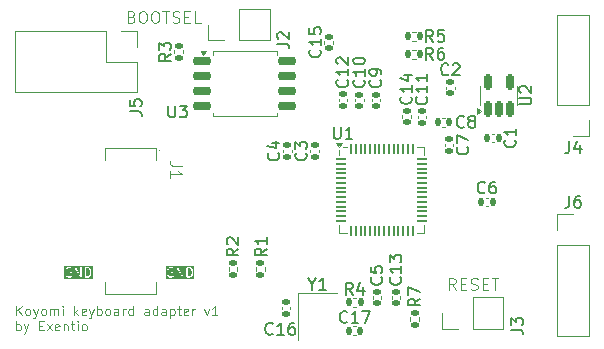
<source format=gto>
G04 #@! TF.GenerationSoftware,KiCad,Pcbnew,8.0.4*
G04 #@! TF.CreationDate,2024-07-21T22:14:28+02:00*
G04 #@! TF.ProjectId,koyomi-keyboard-adapter,6b6f796f-6d69-42d6-9b65-79626f617264,rev?*
G04 #@! TF.SameCoordinates,Original*
G04 #@! TF.FileFunction,Legend,Top*
G04 #@! TF.FilePolarity,Positive*
%FSLAX46Y46*%
G04 Gerber Fmt 4.6, Leading zero omitted, Abs format (unit mm)*
G04 Created by KiCad (PCBNEW 8.0.4) date 2024-07-21 22:14:28*
%MOMM*%
%LPD*%
G01*
G04 APERTURE LIST*
G04 Aperture macros list*
%AMRoundRect*
0 Rectangle with rounded corners*
0 $1 Rounding radius*
0 $2 $3 $4 $5 $6 $7 $8 $9 X,Y pos of 4 corners*
0 Add a 4 corners polygon primitive as box body*
4,1,4,$2,$3,$4,$5,$6,$7,$8,$9,$2,$3,0*
0 Add four circle primitives for the rounded corners*
1,1,$1+$1,$2,$3*
1,1,$1+$1,$4,$5*
1,1,$1+$1,$6,$7*
1,1,$1+$1,$8,$9*
0 Add four rect primitives between the rounded corners*
20,1,$1+$1,$2,$3,$4,$5,0*
20,1,$1+$1,$4,$5,$6,$7,0*
20,1,$1+$1,$6,$7,$8,$9,0*
20,1,$1+$1,$8,$9,$2,$3,0*%
G04 Aperture macros list end*
%ADD10C,0.100000*%
%ADD11C,0.120000*%
%ADD12C,0.150000*%
%ADD13C,0.105000*%
%ADD14RoundRect,0.140000X0.170000X-0.140000X0.170000X0.140000X-0.170000X0.140000X-0.170000X-0.140000X0*%
%ADD15R,1.700000X1.700000*%
%ADD16O,1.700000X1.700000*%
%ADD17RoundRect,0.150000X0.150000X-0.512500X0.150000X0.512500X-0.150000X0.512500X-0.150000X-0.512500X0*%
%ADD18RoundRect,0.135000X-0.185000X0.135000X-0.185000X-0.135000X0.185000X-0.135000X0.185000X0.135000X0*%
%ADD19RoundRect,0.050000X-0.387500X-0.050000X0.387500X-0.050000X0.387500X0.050000X-0.387500X0.050000X0*%
%ADD20RoundRect,0.050000X-0.050000X-0.387500X0.050000X-0.387500X0.050000X0.387500X-0.050000X0.387500X0*%
%ADD21R,3.200000X3.200000*%
%ADD22RoundRect,0.140000X-0.140000X-0.170000X0.140000X-0.170000X0.140000X0.170000X-0.140000X0.170000X0*%
%ADD23R,1.200000X1.400000*%
%ADD24RoundRect,0.140000X-0.170000X0.140000X-0.170000X-0.140000X0.170000X-0.140000X0.170000X0.140000X0*%
%ADD25RoundRect,0.135000X-0.135000X-0.185000X0.135000X-0.185000X0.135000X0.185000X-0.135000X0.185000X0*%
%ADD26RoundRect,0.150000X-0.650000X-0.150000X0.650000X-0.150000X0.650000X0.150000X-0.650000X0.150000X0*%
%ADD27R,1.100000X0.200000*%
%ADD28RoundRect,0.135000X0.185000X-0.135000X0.185000X0.135000X-0.185000X0.135000X-0.185000X-0.135000X0*%
G04 APERTURE END LIST*
D10*
G36*
X27587277Y-34646691D02*
G01*
X27649383Y-34708797D01*
X27681394Y-34772821D01*
X27716667Y-34913907D01*
X27716667Y-35015882D01*
X27681395Y-35156967D01*
X27649383Y-35220992D01*
X27587276Y-35283098D01*
X27491887Y-35314895D01*
X27359524Y-35314895D01*
X27359524Y-34614895D01*
X27491887Y-34614895D01*
X27587277Y-34646691D01*
G37*
G36*
X27905556Y-35503784D02*
G01*
X25494444Y-35503784D01*
X25494444Y-34907752D01*
X25583333Y-34907752D01*
X25583333Y-35022038D01*
X25584528Y-35028047D01*
X25584826Y-35034165D01*
X25622922Y-35186546D01*
X25625261Y-35191498D01*
X25626708Y-35196780D01*
X25664803Y-35272970D01*
X25669714Y-35279298D01*
X25674168Y-35285964D01*
X25750359Y-35362155D01*
X25752440Y-35363545D01*
X25752954Y-35364573D01*
X25759919Y-35368543D01*
X25766580Y-35372994D01*
X25767728Y-35372994D01*
X25769903Y-35374234D01*
X25884189Y-35412329D01*
X25892137Y-35413331D01*
X25900000Y-35414895D01*
X25976191Y-35414895D01*
X25984053Y-35413331D01*
X25992002Y-35412329D01*
X26106287Y-35374234D01*
X26108462Y-35372994D01*
X26109610Y-35372994D01*
X26116270Y-35368543D01*
X26123236Y-35364573D01*
X26123749Y-35363545D01*
X26125831Y-35362155D01*
X26163927Y-35324059D01*
X26174766Y-35307838D01*
X26178572Y-35288704D01*
X26178572Y-35022038D01*
X26174766Y-35002904D01*
X26147706Y-34975844D01*
X26128572Y-34972038D01*
X25976191Y-34972038D01*
X25957057Y-34975844D01*
X25929997Y-35002904D01*
X25929997Y-35041172D01*
X25957057Y-35068232D01*
X25976191Y-35072038D01*
X26078572Y-35072038D01*
X26078572Y-35267994D01*
X26063467Y-35283098D01*
X25968078Y-35314895D01*
X25908113Y-35314895D01*
X25812724Y-35283099D01*
X25750616Y-35220990D01*
X25718604Y-35156967D01*
X25683333Y-35015882D01*
X25683333Y-34913907D01*
X25718605Y-34772820D01*
X25750617Y-34708796D01*
X25812722Y-34646691D01*
X25908113Y-34614895D01*
X26002483Y-34614895D01*
X26068115Y-34647711D01*
X26086931Y-34652864D01*
X26123236Y-34640763D01*
X26140350Y-34606535D01*
X26128249Y-34570230D01*
X26121375Y-34564895D01*
X26421429Y-34564895D01*
X26421429Y-35364895D01*
X26425235Y-35384029D01*
X26452295Y-35411089D01*
X26490563Y-35411089D01*
X26517623Y-35384029D01*
X26521429Y-35364895D01*
X26521429Y-34753172D01*
X26885160Y-35389702D01*
X26897958Y-35404427D01*
X26904582Y-35406233D01*
X26909438Y-35411089D01*
X26922386Y-35411089D01*
X26934878Y-35414496D01*
X26940840Y-35411089D01*
X26947706Y-35411089D01*
X26956859Y-35401935D01*
X26968104Y-35395510D01*
X26969911Y-35388883D01*
X26974766Y-35384029D01*
X26978572Y-35364895D01*
X26978572Y-34564895D01*
X27259524Y-34564895D01*
X27259524Y-35364895D01*
X27263330Y-35384029D01*
X27290390Y-35411089D01*
X27309524Y-35414895D01*
X27500000Y-35414895D01*
X27507862Y-35413331D01*
X27515811Y-35412329D01*
X27630097Y-35374234D01*
X27632272Y-35372994D01*
X27633421Y-35372994D01*
X27640087Y-35368539D01*
X27647046Y-35364573D01*
X27647559Y-35363546D01*
X27649642Y-35362155D01*
X27725832Y-35285964D01*
X27730285Y-35279298D01*
X27735197Y-35272970D01*
X27773292Y-35196780D01*
X27774738Y-35191498D01*
X27777078Y-35186546D01*
X27815174Y-35034165D01*
X27815471Y-35028047D01*
X27816667Y-35022038D01*
X27816667Y-34907752D01*
X27815471Y-34901742D01*
X27815174Y-34895625D01*
X27777078Y-34743244D01*
X27774739Y-34738293D01*
X27773293Y-34733011D01*
X27735197Y-34656820D01*
X27730285Y-34650491D01*
X27725831Y-34643825D01*
X27649641Y-34567635D01*
X27647559Y-34566244D01*
X27647046Y-34565217D01*
X27640080Y-34561246D01*
X27633420Y-34556796D01*
X27632272Y-34556796D01*
X27630097Y-34555556D01*
X27515811Y-34517461D01*
X27507862Y-34516458D01*
X27500000Y-34514895D01*
X27309524Y-34514895D01*
X27290390Y-34518701D01*
X27263330Y-34545761D01*
X27259524Y-34564895D01*
X26978572Y-34564895D01*
X26974766Y-34545761D01*
X26947706Y-34518701D01*
X26909438Y-34518701D01*
X26882378Y-34545761D01*
X26878572Y-34564895D01*
X26878572Y-35176617D01*
X26514841Y-34540088D01*
X26502043Y-34525363D01*
X26495418Y-34523556D01*
X26490563Y-34518701D01*
X26477615Y-34518701D01*
X26465123Y-34515294D01*
X26459161Y-34518701D01*
X26452295Y-34518701D01*
X26443139Y-34527856D01*
X26431897Y-34534281D01*
X26430090Y-34540905D01*
X26425235Y-34545761D01*
X26421429Y-34564895D01*
X26121375Y-34564895D01*
X26112837Y-34558269D01*
X26036647Y-34520174D01*
X26034231Y-34519512D01*
X26033420Y-34518701D01*
X26025558Y-34517137D01*
X26017831Y-34515021D01*
X26016742Y-34515383D01*
X26014286Y-34514895D01*
X25900000Y-34514895D01*
X25892137Y-34516458D01*
X25884189Y-34517461D01*
X25769903Y-34555556D01*
X25767728Y-34556796D01*
X25766580Y-34556796D01*
X25759919Y-34561246D01*
X25752954Y-34565217D01*
X25752440Y-34566244D01*
X25750359Y-34567635D01*
X25674169Y-34643825D01*
X25669716Y-34650487D01*
X25664803Y-34656819D01*
X25626708Y-34733011D01*
X25625262Y-34738289D01*
X25622922Y-34743244D01*
X25584826Y-34895625D01*
X25584528Y-34901742D01*
X25583333Y-34907752D01*
X25494444Y-34907752D01*
X25494444Y-34426006D01*
X27905556Y-34426006D01*
X27905556Y-35503784D01*
G37*
D11*
X50047618Y-36456379D02*
X49714285Y-35980188D01*
X49476190Y-36456379D02*
X49476190Y-35456379D01*
X49476190Y-35456379D02*
X49857142Y-35456379D01*
X49857142Y-35456379D02*
X49952380Y-35503998D01*
X49952380Y-35503998D02*
X49999999Y-35551617D01*
X49999999Y-35551617D02*
X50047618Y-35646855D01*
X50047618Y-35646855D02*
X50047618Y-35789712D01*
X50047618Y-35789712D02*
X49999999Y-35884950D01*
X49999999Y-35884950D02*
X49952380Y-35932569D01*
X49952380Y-35932569D02*
X49857142Y-35980188D01*
X49857142Y-35980188D02*
X49476190Y-35980188D01*
X50476190Y-35932569D02*
X50809523Y-35932569D01*
X50952380Y-36456379D02*
X50476190Y-36456379D01*
X50476190Y-36456379D02*
X50476190Y-35456379D01*
X50476190Y-35456379D02*
X50952380Y-35456379D01*
X51333333Y-36408760D02*
X51476190Y-36456379D01*
X51476190Y-36456379D02*
X51714285Y-36456379D01*
X51714285Y-36456379D02*
X51809523Y-36408760D01*
X51809523Y-36408760D02*
X51857142Y-36361140D01*
X51857142Y-36361140D02*
X51904761Y-36265902D01*
X51904761Y-36265902D02*
X51904761Y-36170664D01*
X51904761Y-36170664D02*
X51857142Y-36075426D01*
X51857142Y-36075426D02*
X51809523Y-36027807D01*
X51809523Y-36027807D02*
X51714285Y-35980188D01*
X51714285Y-35980188D02*
X51523809Y-35932569D01*
X51523809Y-35932569D02*
X51428571Y-35884950D01*
X51428571Y-35884950D02*
X51380952Y-35837331D01*
X51380952Y-35837331D02*
X51333333Y-35742093D01*
X51333333Y-35742093D02*
X51333333Y-35646855D01*
X51333333Y-35646855D02*
X51380952Y-35551617D01*
X51380952Y-35551617D02*
X51428571Y-35503998D01*
X51428571Y-35503998D02*
X51523809Y-35456379D01*
X51523809Y-35456379D02*
X51761904Y-35456379D01*
X51761904Y-35456379D02*
X51904761Y-35503998D01*
X52333333Y-35932569D02*
X52666666Y-35932569D01*
X52809523Y-36456379D02*
X52333333Y-36456379D01*
X52333333Y-36456379D02*
X52333333Y-35456379D01*
X52333333Y-35456379D02*
X52809523Y-35456379D01*
X53095238Y-35456379D02*
X53666666Y-35456379D01*
X53380952Y-36456379D02*
X53380952Y-35456379D01*
D10*
G36*
X18987277Y-34646691D02*
G01*
X19049383Y-34708797D01*
X19081394Y-34772821D01*
X19116667Y-34913907D01*
X19116667Y-35015882D01*
X19081395Y-35156967D01*
X19049383Y-35220992D01*
X18987276Y-35283098D01*
X18891887Y-35314895D01*
X18759524Y-35314895D01*
X18759524Y-34614895D01*
X18891887Y-34614895D01*
X18987277Y-34646691D01*
G37*
G36*
X19305556Y-35503784D02*
G01*
X16894444Y-35503784D01*
X16894444Y-34907752D01*
X16983333Y-34907752D01*
X16983333Y-35022038D01*
X16984528Y-35028047D01*
X16984826Y-35034165D01*
X17022922Y-35186546D01*
X17025261Y-35191498D01*
X17026708Y-35196780D01*
X17064803Y-35272970D01*
X17069714Y-35279298D01*
X17074168Y-35285964D01*
X17150359Y-35362155D01*
X17152440Y-35363545D01*
X17152954Y-35364573D01*
X17159919Y-35368543D01*
X17166580Y-35372994D01*
X17167728Y-35372994D01*
X17169903Y-35374234D01*
X17284189Y-35412329D01*
X17292137Y-35413331D01*
X17300000Y-35414895D01*
X17376191Y-35414895D01*
X17384053Y-35413331D01*
X17392002Y-35412329D01*
X17506287Y-35374234D01*
X17508462Y-35372994D01*
X17509610Y-35372994D01*
X17516270Y-35368543D01*
X17523236Y-35364573D01*
X17523749Y-35363545D01*
X17525831Y-35362155D01*
X17563927Y-35324059D01*
X17574766Y-35307838D01*
X17578572Y-35288704D01*
X17578572Y-35022038D01*
X17574766Y-35002904D01*
X17547706Y-34975844D01*
X17528572Y-34972038D01*
X17376191Y-34972038D01*
X17357057Y-34975844D01*
X17329997Y-35002904D01*
X17329997Y-35041172D01*
X17357057Y-35068232D01*
X17376191Y-35072038D01*
X17478572Y-35072038D01*
X17478572Y-35267994D01*
X17463467Y-35283098D01*
X17368078Y-35314895D01*
X17308113Y-35314895D01*
X17212724Y-35283099D01*
X17150616Y-35220990D01*
X17118604Y-35156967D01*
X17083333Y-35015882D01*
X17083333Y-34913907D01*
X17118605Y-34772820D01*
X17150617Y-34708796D01*
X17212722Y-34646691D01*
X17308113Y-34614895D01*
X17402483Y-34614895D01*
X17468115Y-34647711D01*
X17486931Y-34652864D01*
X17523236Y-34640763D01*
X17540350Y-34606535D01*
X17528249Y-34570230D01*
X17521375Y-34564895D01*
X17821429Y-34564895D01*
X17821429Y-35364895D01*
X17825235Y-35384029D01*
X17852295Y-35411089D01*
X17890563Y-35411089D01*
X17917623Y-35384029D01*
X17921429Y-35364895D01*
X17921429Y-34753172D01*
X18285160Y-35389702D01*
X18297958Y-35404427D01*
X18304582Y-35406233D01*
X18309438Y-35411089D01*
X18322386Y-35411089D01*
X18334878Y-35414496D01*
X18340840Y-35411089D01*
X18347706Y-35411089D01*
X18356859Y-35401935D01*
X18368104Y-35395510D01*
X18369911Y-35388883D01*
X18374766Y-35384029D01*
X18378572Y-35364895D01*
X18378572Y-34564895D01*
X18659524Y-34564895D01*
X18659524Y-35364895D01*
X18663330Y-35384029D01*
X18690390Y-35411089D01*
X18709524Y-35414895D01*
X18900000Y-35414895D01*
X18907862Y-35413331D01*
X18915811Y-35412329D01*
X19030097Y-35374234D01*
X19032272Y-35372994D01*
X19033421Y-35372994D01*
X19040087Y-35368539D01*
X19047046Y-35364573D01*
X19047559Y-35363546D01*
X19049642Y-35362155D01*
X19125832Y-35285964D01*
X19130285Y-35279298D01*
X19135197Y-35272970D01*
X19173292Y-35196780D01*
X19174738Y-35191498D01*
X19177078Y-35186546D01*
X19215174Y-35034165D01*
X19215471Y-35028047D01*
X19216667Y-35022038D01*
X19216667Y-34907752D01*
X19215471Y-34901742D01*
X19215174Y-34895625D01*
X19177078Y-34743244D01*
X19174739Y-34738293D01*
X19173293Y-34733011D01*
X19135197Y-34656820D01*
X19130285Y-34650491D01*
X19125831Y-34643825D01*
X19049641Y-34567635D01*
X19047559Y-34566244D01*
X19047046Y-34565217D01*
X19040080Y-34561246D01*
X19033420Y-34556796D01*
X19032272Y-34556796D01*
X19030097Y-34555556D01*
X18915811Y-34517461D01*
X18907862Y-34516458D01*
X18900000Y-34514895D01*
X18709524Y-34514895D01*
X18690390Y-34518701D01*
X18663330Y-34545761D01*
X18659524Y-34564895D01*
X18378572Y-34564895D01*
X18374766Y-34545761D01*
X18347706Y-34518701D01*
X18309438Y-34518701D01*
X18282378Y-34545761D01*
X18278572Y-34564895D01*
X18278572Y-35176617D01*
X17914841Y-34540088D01*
X17902043Y-34525363D01*
X17895418Y-34523556D01*
X17890563Y-34518701D01*
X17877615Y-34518701D01*
X17865123Y-34515294D01*
X17859161Y-34518701D01*
X17852295Y-34518701D01*
X17843139Y-34527856D01*
X17831897Y-34534281D01*
X17830090Y-34540905D01*
X17825235Y-34545761D01*
X17821429Y-34564895D01*
X17521375Y-34564895D01*
X17512837Y-34558269D01*
X17436647Y-34520174D01*
X17434231Y-34519512D01*
X17433420Y-34518701D01*
X17425558Y-34517137D01*
X17417831Y-34515021D01*
X17416742Y-34515383D01*
X17414286Y-34514895D01*
X17300000Y-34514895D01*
X17292137Y-34516458D01*
X17284189Y-34517461D01*
X17169903Y-34555556D01*
X17167728Y-34556796D01*
X17166580Y-34556796D01*
X17159919Y-34561246D01*
X17152954Y-34565217D01*
X17152440Y-34566244D01*
X17150359Y-34567635D01*
X17074169Y-34643825D01*
X17069716Y-34650487D01*
X17064803Y-34656819D01*
X17026708Y-34733011D01*
X17025262Y-34738289D01*
X17022922Y-34743244D01*
X16984826Y-34895625D01*
X16984528Y-34901742D01*
X16983333Y-34907752D01*
X16894444Y-34907752D01*
X16894444Y-34426006D01*
X19305556Y-34426006D01*
X19305556Y-35503784D01*
G37*
X12856265Y-38608940D02*
X12856265Y-37808940D01*
X13313408Y-38608940D02*
X12970550Y-38151797D01*
X13313408Y-37808940D02*
X12856265Y-38266083D01*
X13770550Y-38608940D02*
X13694360Y-38570845D01*
X13694360Y-38570845D02*
X13656265Y-38532749D01*
X13656265Y-38532749D02*
X13618169Y-38456559D01*
X13618169Y-38456559D02*
X13618169Y-38227987D01*
X13618169Y-38227987D02*
X13656265Y-38151797D01*
X13656265Y-38151797D02*
X13694360Y-38113702D01*
X13694360Y-38113702D02*
X13770550Y-38075606D01*
X13770550Y-38075606D02*
X13884836Y-38075606D01*
X13884836Y-38075606D02*
X13961027Y-38113702D01*
X13961027Y-38113702D02*
X13999122Y-38151797D01*
X13999122Y-38151797D02*
X14037217Y-38227987D01*
X14037217Y-38227987D02*
X14037217Y-38456559D01*
X14037217Y-38456559D02*
X13999122Y-38532749D01*
X13999122Y-38532749D02*
X13961027Y-38570845D01*
X13961027Y-38570845D02*
X13884836Y-38608940D01*
X13884836Y-38608940D02*
X13770550Y-38608940D01*
X14303884Y-38075606D02*
X14494360Y-38608940D01*
X14684837Y-38075606D02*
X14494360Y-38608940D01*
X14494360Y-38608940D02*
X14418170Y-38799416D01*
X14418170Y-38799416D02*
X14380075Y-38837511D01*
X14380075Y-38837511D02*
X14303884Y-38875606D01*
X15103884Y-38608940D02*
X15027694Y-38570845D01*
X15027694Y-38570845D02*
X14989599Y-38532749D01*
X14989599Y-38532749D02*
X14951503Y-38456559D01*
X14951503Y-38456559D02*
X14951503Y-38227987D01*
X14951503Y-38227987D02*
X14989599Y-38151797D01*
X14989599Y-38151797D02*
X15027694Y-38113702D01*
X15027694Y-38113702D02*
X15103884Y-38075606D01*
X15103884Y-38075606D02*
X15218170Y-38075606D01*
X15218170Y-38075606D02*
X15294361Y-38113702D01*
X15294361Y-38113702D02*
X15332456Y-38151797D01*
X15332456Y-38151797D02*
X15370551Y-38227987D01*
X15370551Y-38227987D02*
X15370551Y-38456559D01*
X15370551Y-38456559D02*
X15332456Y-38532749D01*
X15332456Y-38532749D02*
X15294361Y-38570845D01*
X15294361Y-38570845D02*
X15218170Y-38608940D01*
X15218170Y-38608940D02*
X15103884Y-38608940D01*
X15713409Y-38608940D02*
X15713409Y-38075606D01*
X15713409Y-38151797D02*
X15751504Y-38113702D01*
X15751504Y-38113702D02*
X15827694Y-38075606D01*
X15827694Y-38075606D02*
X15941980Y-38075606D01*
X15941980Y-38075606D02*
X16018171Y-38113702D01*
X16018171Y-38113702D02*
X16056266Y-38189892D01*
X16056266Y-38189892D02*
X16056266Y-38608940D01*
X16056266Y-38189892D02*
X16094361Y-38113702D01*
X16094361Y-38113702D02*
X16170552Y-38075606D01*
X16170552Y-38075606D02*
X16284837Y-38075606D01*
X16284837Y-38075606D02*
X16361028Y-38113702D01*
X16361028Y-38113702D02*
X16399123Y-38189892D01*
X16399123Y-38189892D02*
X16399123Y-38608940D01*
X16780076Y-38608940D02*
X16780076Y-38075606D01*
X16780076Y-37808940D02*
X16741980Y-37847035D01*
X16741980Y-37847035D02*
X16780076Y-37885130D01*
X16780076Y-37885130D02*
X16818171Y-37847035D01*
X16818171Y-37847035D02*
X16780076Y-37808940D01*
X16780076Y-37808940D02*
X16780076Y-37885130D01*
X17770552Y-38608940D02*
X17770552Y-37808940D01*
X17846742Y-38304178D02*
X18075314Y-38608940D01*
X18075314Y-38075606D02*
X17770552Y-38380368D01*
X18722933Y-38570845D02*
X18646742Y-38608940D01*
X18646742Y-38608940D02*
X18494361Y-38608940D01*
X18494361Y-38608940D02*
X18418171Y-38570845D01*
X18418171Y-38570845D02*
X18380075Y-38494654D01*
X18380075Y-38494654D02*
X18380075Y-38189892D01*
X18380075Y-38189892D02*
X18418171Y-38113702D01*
X18418171Y-38113702D02*
X18494361Y-38075606D01*
X18494361Y-38075606D02*
X18646742Y-38075606D01*
X18646742Y-38075606D02*
X18722933Y-38113702D01*
X18722933Y-38113702D02*
X18761028Y-38189892D01*
X18761028Y-38189892D02*
X18761028Y-38266083D01*
X18761028Y-38266083D02*
X18380075Y-38342273D01*
X19027694Y-38075606D02*
X19218170Y-38608940D01*
X19408647Y-38075606D02*
X19218170Y-38608940D01*
X19218170Y-38608940D02*
X19141980Y-38799416D01*
X19141980Y-38799416D02*
X19103885Y-38837511D01*
X19103885Y-38837511D02*
X19027694Y-38875606D01*
X19713409Y-38608940D02*
X19713409Y-37808940D01*
X19713409Y-38113702D02*
X19789599Y-38075606D01*
X19789599Y-38075606D02*
X19941980Y-38075606D01*
X19941980Y-38075606D02*
X20018171Y-38113702D01*
X20018171Y-38113702D02*
X20056266Y-38151797D01*
X20056266Y-38151797D02*
X20094361Y-38227987D01*
X20094361Y-38227987D02*
X20094361Y-38456559D01*
X20094361Y-38456559D02*
X20056266Y-38532749D01*
X20056266Y-38532749D02*
X20018171Y-38570845D01*
X20018171Y-38570845D02*
X19941980Y-38608940D01*
X19941980Y-38608940D02*
X19789599Y-38608940D01*
X19789599Y-38608940D02*
X19713409Y-38570845D01*
X20551504Y-38608940D02*
X20475314Y-38570845D01*
X20475314Y-38570845D02*
X20437219Y-38532749D01*
X20437219Y-38532749D02*
X20399123Y-38456559D01*
X20399123Y-38456559D02*
X20399123Y-38227987D01*
X20399123Y-38227987D02*
X20437219Y-38151797D01*
X20437219Y-38151797D02*
X20475314Y-38113702D01*
X20475314Y-38113702D02*
X20551504Y-38075606D01*
X20551504Y-38075606D02*
X20665790Y-38075606D01*
X20665790Y-38075606D02*
X20741981Y-38113702D01*
X20741981Y-38113702D02*
X20780076Y-38151797D01*
X20780076Y-38151797D02*
X20818171Y-38227987D01*
X20818171Y-38227987D02*
X20818171Y-38456559D01*
X20818171Y-38456559D02*
X20780076Y-38532749D01*
X20780076Y-38532749D02*
X20741981Y-38570845D01*
X20741981Y-38570845D02*
X20665790Y-38608940D01*
X20665790Y-38608940D02*
X20551504Y-38608940D01*
X21503886Y-38608940D02*
X21503886Y-38189892D01*
X21503886Y-38189892D02*
X21465791Y-38113702D01*
X21465791Y-38113702D02*
X21389600Y-38075606D01*
X21389600Y-38075606D02*
X21237219Y-38075606D01*
X21237219Y-38075606D02*
X21161029Y-38113702D01*
X21503886Y-38570845D02*
X21427695Y-38608940D01*
X21427695Y-38608940D02*
X21237219Y-38608940D01*
X21237219Y-38608940D02*
X21161029Y-38570845D01*
X21161029Y-38570845D02*
X21122933Y-38494654D01*
X21122933Y-38494654D02*
X21122933Y-38418464D01*
X21122933Y-38418464D02*
X21161029Y-38342273D01*
X21161029Y-38342273D02*
X21237219Y-38304178D01*
X21237219Y-38304178D02*
X21427695Y-38304178D01*
X21427695Y-38304178D02*
X21503886Y-38266083D01*
X21884839Y-38608940D02*
X21884839Y-38075606D01*
X21884839Y-38227987D02*
X21922934Y-38151797D01*
X21922934Y-38151797D02*
X21961029Y-38113702D01*
X21961029Y-38113702D02*
X22037220Y-38075606D01*
X22037220Y-38075606D02*
X22113410Y-38075606D01*
X22722934Y-38608940D02*
X22722934Y-37808940D01*
X22722934Y-38570845D02*
X22646743Y-38608940D01*
X22646743Y-38608940D02*
X22494362Y-38608940D01*
X22494362Y-38608940D02*
X22418172Y-38570845D01*
X22418172Y-38570845D02*
X22380077Y-38532749D01*
X22380077Y-38532749D02*
X22341981Y-38456559D01*
X22341981Y-38456559D02*
X22341981Y-38227987D01*
X22341981Y-38227987D02*
X22380077Y-38151797D01*
X22380077Y-38151797D02*
X22418172Y-38113702D01*
X22418172Y-38113702D02*
X22494362Y-38075606D01*
X22494362Y-38075606D02*
X22646743Y-38075606D01*
X22646743Y-38075606D02*
X22722934Y-38113702D01*
X24056268Y-38608940D02*
X24056268Y-38189892D01*
X24056268Y-38189892D02*
X24018173Y-38113702D01*
X24018173Y-38113702D02*
X23941982Y-38075606D01*
X23941982Y-38075606D02*
X23789601Y-38075606D01*
X23789601Y-38075606D02*
X23713411Y-38113702D01*
X24056268Y-38570845D02*
X23980077Y-38608940D01*
X23980077Y-38608940D02*
X23789601Y-38608940D01*
X23789601Y-38608940D02*
X23713411Y-38570845D01*
X23713411Y-38570845D02*
X23675315Y-38494654D01*
X23675315Y-38494654D02*
X23675315Y-38418464D01*
X23675315Y-38418464D02*
X23713411Y-38342273D01*
X23713411Y-38342273D02*
X23789601Y-38304178D01*
X23789601Y-38304178D02*
X23980077Y-38304178D01*
X23980077Y-38304178D02*
X24056268Y-38266083D01*
X24780078Y-38608940D02*
X24780078Y-37808940D01*
X24780078Y-38570845D02*
X24703887Y-38608940D01*
X24703887Y-38608940D02*
X24551506Y-38608940D01*
X24551506Y-38608940D02*
X24475316Y-38570845D01*
X24475316Y-38570845D02*
X24437221Y-38532749D01*
X24437221Y-38532749D02*
X24399125Y-38456559D01*
X24399125Y-38456559D02*
X24399125Y-38227987D01*
X24399125Y-38227987D02*
X24437221Y-38151797D01*
X24437221Y-38151797D02*
X24475316Y-38113702D01*
X24475316Y-38113702D02*
X24551506Y-38075606D01*
X24551506Y-38075606D02*
X24703887Y-38075606D01*
X24703887Y-38075606D02*
X24780078Y-38113702D01*
X25503888Y-38608940D02*
X25503888Y-38189892D01*
X25503888Y-38189892D02*
X25465793Y-38113702D01*
X25465793Y-38113702D02*
X25389602Y-38075606D01*
X25389602Y-38075606D02*
X25237221Y-38075606D01*
X25237221Y-38075606D02*
X25161031Y-38113702D01*
X25503888Y-38570845D02*
X25427697Y-38608940D01*
X25427697Y-38608940D02*
X25237221Y-38608940D01*
X25237221Y-38608940D02*
X25161031Y-38570845D01*
X25161031Y-38570845D02*
X25122935Y-38494654D01*
X25122935Y-38494654D02*
X25122935Y-38418464D01*
X25122935Y-38418464D02*
X25161031Y-38342273D01*
X25161031Y-38342273D02*
X25237221Y-38304178D01*
X25237221Y-38304178D02*
X25427697Y-38304178D01*
X25427697Y-38304178D02*
X25503888Y-38266083D01*
X25884841Y-38075606D02*
X25884841Y-38875606D01*
X25884841Y-38113702D02*
X25961031Y-38075606D01*
X25961031Y-38075606D02*
X26113412Y-38075606D01*
X26113412Y-38075606D02*
X26189603Y-38113702D01*
X26189603Y-38113702D02*
X26227698Y-38151797D01*
X26227698Y-38151797D02*
X26265793Y-38227987D01*
X26265793Y-38227987D02*
X26265793Y-38456559D01*
X26265793Y-38456559D02*
X26227698Y-38532749D01*
X26227698Y-38532749D02*
X26189603Y-38570845D01*
X26189603Y-38570845D02*
X26113412Y-38608940D01*
X26113412Y-38608940D02*
X25961031Y-38608940D01*
X25961031Y-38608940D02*
X25884841Y-38570845D01*
X26494365Y-38075606D02*
X26799127Y-38075606D01*
X26608651Y-37808940D02*
X26608651Y-38494654D01*
X26608651Y-38494654D02*
X26646746Y-38570845D01*
X26646746Y-38570845D02*
X26722936Y-38608940D01*
X26722936Y-38608940D02*
X26799127Y-38608940D01*
X27370556Y-38570845D02*
X27294365Y-38608940D01*
X27294365Y-38608940D02*
X27141984Y-38608940D01*
X27141984Y-38608940D02*
X27065794Y-38570845D01*
X27065794Y-38570845D02*
X27027698Y-38494654D01*
X27027698Y-38494654D02*
X27027698Y-38189892D01*
X27027698Y-38189892D02*
X27065794Y-38113702D01*
X27065794Y-38113702D02*
X27141984Y-38075606D01*
X27141984Y-38075606D02*
X27294365Y-38075606D01*
X27294365Y-38075606D02*
X27370556Y-38113702D01*
X27370556Y-38113702D02*
X27408651Y-38189892D01*
X27408651Y-38189892D02*
X27408651Y-38266083D01*
X27408651Y-38266083D02*
X27027698Y-38342273D01*
X27751508Y-38608940D02*
X27751508Y-38075606D01*
X27751508Y-38227987D02*
X27789603Y-38151797D01*
X27789603Y-38151797D02*
X27827698Y-38113702D01*
X27827698Y-38113702D02*
X27903889Y-38075606D01*
X27903889Y-38075606D02*
X27980079Y-38075606D01*
X28780079Y-38075606D02*
X28970555Y-38608940D01*
X28970555Y-38608940D02*
X29161032Y-38075606D01*
X29884841Y-38608940D02*
X29427698Y-38608940D01*
X29656270Y-38608940D02*
X29656270Y-37808940D01*
X29656270Y-37808940D02*
X29580079Y-37923225D01*
X29580079Y-37923225D02*
X29503889Y-37999416D01*
X29503889Y-37999416D02*
X29427698Y-38037511D01*
X12856265Y-39896895D02*
X12856265Y-39096895D01*
X12856265Y-39401657D02*
X12932455Y-39363561D01*
X12932455Y-39363561D02*
X13084836Y-39363561D01*
X13084836Y-39363561D02*
X13161027Y-39401657D01*
X13161027Y-39401657D02*
X13199122Y-39439752D01*
X13199122Y-39439752D02*
X13237217Y-39515942D01*
X13237217Y-39515942D02*
X13237217Y-39744514D01*
X13237217Y-39744514D02*
X13199122Y-39820704D01*
X13199122Y-39820704D02*
X13161027Y-39858800D01*
X13161027Y-39858800D02*
X13084836Y-39896895D01*
X13084836Y-39896895D02*
X12932455Y-39896895D01*
X12932455Y-39896895D02*
X12856265Y-39858800D01*
X13503884Y-39363561D02*
X13694360Y-39896895D01*
X13884837Y-39363561D02*
X13694360Y-39896895D01*
X13694360Y-39896895D02*
X13618170Y-40087371D01*
X13618170Y-40087371D02*
X13580075Y-40125466D01*
X13580075Y-40125466D02*
X13503884Y-40163561D01*
X14799123Y-39477847D02*
X15065789Y-39477847D01*
X15180075Y-39896895D02*
X14799123Y-39896895D01*
X14799123Y-39896895D02*
X14799123Y-39096895D01*
X14799123Y-39096895D02*
X15180075Y-39096895D01*
X15446742Y-39896895D02*
X15865790Y-39363561D01*
X15446742Y-39363561D02*
X15865790Y-39896895D01*
X16475314Y-39858800D02*
X16399123Y-39896895D01*
X16399123Y-39896895D02*
X16246742Y-39896895D01*
X16246742Y-39896895D02*
X16170552Y-39858800D01*
X16170552Y-39858800D02*
X16132456Y-39782609D01*
X16132456Y-39782609D02*
X16132456Y-39477847D01*
X16132456Y-39477847D02*
X16170552Y-39401657D01*
X16170552Y-39401657D02*
X16246742Y-39363561D01*
X16246742Y-39363561D02*
X16399123Y-39363561D01*
X16399123Y-39363561D02*
X16475314Y-39401657D01*
X16475314Y-39401657D02*
X16513409Y-39477847D01*
X16513409Y-39477847D02*
X16513409Y-39554038D01*
X16513409Y-39554038D02*
X16132456Y-39630228D01*
X16856266Y-39363561D02*
X16856266Y-39896895D01*
X16856266Y-39439752D02*
X16894361Y-39401657D01*
X16894361Y-39401657D02*
X16970551Y-39363561D01*
X16970551Y-39363561D02*
X17084837Y-39363561D01*
X17084837Y-39363561D02*
X17161028Y-39401657D01*
X17161028Y-39401657D02*
X17199123Y-39477847D01*
X17199123Y-39477847D02*
X17199123Y-39896895D01*
X17465790Y-39363561D02*
X17770552Y-39363561D01*
X17580076Y-39096895D02*
X17580076Y-39782609D01*
X17580076Y-39782609D02*
X17618171Y-39858800D01*
X17618171Y-39858800D02*
X17694361Y-39896895D01*
X17694361Y-39896895D02*
X17770552Y-39896895D01*
X18037219Y-39896895D02*
X18037219Y-39363561D01*
X18037219Y-39096895D02*
X17999123Y-39134990D01*
X17999123Y-39134990D02*
X18037219Y-39173085D01*
X18037219Y-39173085D02*
X18075314Y-39134990D01*
X18075314Y-39134990D02*
X18037219Y-39096895D01*
X18037219Y-39096895D02*
X18037219Y-39173085D01*
X18532456Y-39896895D02*
X18456266Y-39858800D01*
X18456266Y-39858800D02*
X18418171Y-39820704D01*
X18418171Y-39820704D02*
X18380075Y-39744514D01*
X18380075Y-39744514D02*
X18380075Y-39515942D01*
X18380075Y-39515942D02*
X18418171Y-39439752D01*
X18418171Y-39439752D02*
X18456266Y-39401657D01*
X18456266Y-39401657D02*
X18532456Y-39363561D01*
X18532456Y-39363561D02*
X18646742Y-39363561D01*
X18646742Y-39363561D02*
X18722933Y-39401657D01*
X18722933Y-39401657D02*
X18761028Y-39439752D01*
X18761028Y-39439752D02*
X18799123Y-39515942D01*
X18799123Y-39515942D02*
X18799123Y-39744514D01*
X18799123Y-39744514D02*
X18761028Y-39820704D01*
X18761028Y-39820704D02*
X18722933Y-39858800D01*
X18722933Y-39858800D02*
X18646742Y-39896895D01*
X18646742Y-39896895D02*
X18532456Y-39896895D01*
D11*
X22609523Y-13332569D02*
X22752380Y-13380188D01*
X22752380Y-13380188D02*
X22799999Y-13427807D01*
X22799999Y-13427807D02*
X22847618Y-13523045D01*
X22847618Y-13523045D02*
X22847618Y-13665902D01*
X22847618Y-13665902D02*
X22799999Y-13761140D01*
X22799999Y-13761140D02*
X22752380Y-13808760D01*
X22752380Y-13808760D02*
X22657142Y-13856379D01*
X22657142Y-13856379D02*
X22276190Y-13856379D01*
X22276190Y-13856379D02*
X22276190Y-12856379D01*
X22276190Y-12856379D02*
X22609523Y-12856379D01*
X22609523Y-12856379D02*
X22704761Y-12903998D01*
X22704761Y-12903998D02*
X22752380Y-12951617D01*
X22752380Y-12951617D02*
X22799999Y-13046855D01*
X22799999Y-13046855D02*
X22799999Y-13142093D01*
X22799999Y-13142093D02*
X22752380Y-13237331D01*
X22752380Y-13237331D02*
X22704761Y-13284950D01*
X22704761Y-13284950D02*
X22609523Y-13332569D01*
X22609523Y-13332569D02*
X22276190Y-13332569D01*
X23466666Y-12856379D02*
X23657142Y-12856379D01*
X23657142Y-12856379D02*
X23752380Y-12903998D01*
X23752380Y-12903998D02*
X23847618Y-12999236D01*
X23847618Y-12999236D02*
X23895237Y-13189712D01*
X23895237Y-13189712D02*
X23895237Y-13523045D01*
X23895237Y-13523045D02*
X23847618Y-13713521D01*
X23847618Y-13713521D02*
X23752380Y-13808760D01*
X23752380Y-13808760D02*
X23657142Y-13856379D01*
X23657142Y-13856379D02*
X23466666Y-13856379D01*
X23466666Y-13856379D02*
X23371428Y-13808760D01*
X23371428Y-13808760D02*
X23276190Y-13713521D01*
X23276190Y-13713521D02*
X23228571Y-13523045D01*
X23228571Y-13523045D02*
X23228571Y-13189712D01*
X23228571Y-13189712D02*
X23276190Y-12999236D01*
X23276190Y-12999236D02*
X23371428Y-12903998D01*
X23371428Y-12903998D02*
X23466666Y-12856379D01*
X24514285Y-12856379D02*
X24704761Y-12856379D01*
X24704761Y-12856379D02*
X24799999Y-12903998D01*
X24799999Y-12903998D02*
X24895237Y-12999236D01*
X24895237Y-12999236D02*
X24942856Y-13189712D01*
X24942856Y-13189712D02*
X24942856Y-13523045D01*
X24942856Y-13523045D02*
X24895237Y-13713521D01*
X24895237Y-13713521D02*
X24799999Y-13808760D01*
X24799999Y-13808760D02*
X24704761Y-13856379D01*
X24704761Y-13856379D02*
X24514285Y-13856379D01*
X24514285Y-13856379D02*
X24419047Y-13808760D01*
X24419047Y-13808760D02*
X24323809Y-13713521D01*
X24323809Y-13713521D02*
X24276190Y-13523045D01*
X24276190Y-13523045D02*
X24276190Y-13189712D01*
X24276190Y-13189712D02*
X24323809Y-12999236D01*
X24323809Y-12999236D02*
X24419047Y-12903998D01*
X24419047Y-12903998D02*
X24514285Y-12856379D01*
X25228571Y-12856379D02*
X25799999Y-12856379D01*
X25514285Y-13856379D02*
X25514285Y-12856379D01*
X26085714Y-13808760D02*
X26228571Y-13856379D01*
X26228571Y-13856379D02*
X26466666Y-13856379D01*
X26466666Y-13856379D02*
X26561904Y-13808760D01*
X26561904Y-13808760D02*
X26609523Y-13761140D01*
X26609523Y-13761140D02*
X26657142Y-13665902D01*
X26657142Y-13665902D02*
X26657142Y-13570664D01*
X26657142Y-13570664D02*
X26609523Y-13475426D01*
X26609523Y-13475426D02*
X26561904Y-13427807D01*
X26561904Y-13427807D02*
X26466666Y-13380188D01*
X26466666Y-13380188D02*
X26276190Y-13332569D01*
X26276190Y-13332569D02*
X26180952Y-13284950D01*
X26180952Y-13284950D02*
X26133333Y-13237331D01*
X26133333Y-13237331D02*
X26085714Y-13142093D01*
X26085714Y-13142093D02*
X26085714Y-13046855D01*
X26085714Y-13046855D02*
X26133333Y-12951617D01*
X26133333Y-12951617D02*
X26180952Y-12903998D01*
X26180952Y-12903998D02*
X26276190Y-12856379D01*
X26276190Y-12856379D02*
X26514285Y-12856379D01*
X26514285Y-12856379D02*
X26657142Y-12903998D01*
X27085714Y-13332569D02*
X27419047Y-13332569D01*
X27561904Y-13856379D02*
X27085714Y-13856379D01*
X27085714Y-13856379D02*
X27085714Y-12856379D01*
X27085714Y-12856379D02*
X27561904Y-12856379D01*
X28466666Y-13856379D02*
X27990476Y-13856379D01*
X27990476Y-13856379D02*
X27990476Y-12856379D01*
D12*
X42259580Y-18691792D02*
X42307200Y-18739411D01*
X42307200Y-18739411D02*
X42354819Y-18882268D01*
X42354819Y-18882268D02*
X42354819Y-18977506D01*
X42354819Y-18977506D02*
X42307200Y-19120363D01*
X42307200Y-19120363D02*
X42211961Y-19215601D01*
X42211961Y-19215601D02*
X42116723Y-19263220D01*
X42116723Y-19263220D02*
X41926247Y-19310839D01*
X41926247Y-19310839D02*
X41783390Y-19310839D01*
X41783390Y-19310839D02*
X41592914Y-19263220D01*
X41592914Y-19263220D02*
X41497676Y-19215601D01*
X41497676Y-19215601D02*
X41402438Y-19120363D01*
X41402438Y-19120363D02*
X41354819Y-18977506D01*
X41354819Y-18977506D02*
X41354819Y-18882268D01*
X41354819Y-18882268D02*
X41402438Y-18739411D01*
X41402438Y-18739411D02*
X41450057Y-18691792D01*
X42354819Y-17739411D02*
X42354819Y-18310839D01*
X42354819Y-18025125D02*
X41354819Y-18025125D01*
X41354819Y-18025125D02*
X41497676Y-18120363D01*
X41497676Y-18120363D02*
X41592914Y-18215601D01*
X41592914Y-18215601D02*
X41640533Y-18310839D01*
X41354819Y-17120363D02*
X41354819Y-17025125D01*
X41354819Y-17025125D02*
X41402438Y-16929887D01*
X41402438Y-16929887D02*
X41450057Y-16882268D01*
X41450057Y-16882268D02*
X41545295Y-16834649D01*
X41545295Y-16834649D02*
X41735771Y-16787030D01*
X41735771Y-16787030D02*
X41973866Y-16787030D01*
X41973866Y-16787030D02*
X42164342Y-16834649D01*
X42164342Y-16834649D02*
X42259580Y-16882268D01*
X42259580Y-16882268D02*
X42307200Y-16929887D01*
X42307200Y-16929887D02*
X42354819Y-17025125D01*
X42354819Y-17025125D02*
X42354819Y-17120363D01*
X42354819Y-17120363D02*
X42307200Y-17215601D01*
X42307200Y-17215601D02*
X42259580Y-17263220D01*
X42259580Y-17263220D02*
X42164342Y-17310839D01*
X42164342Y-17310839D02*
X41973866Y-17358458D01*
X41973866Y-17358458D02*
X41735771Y-17358458D01*
X41735771Y-17358458D02*
X41545295Y-17310839D01*
X41545295Y-17310839D02*
X41450057Y-17263220D01*
X41450057Y-17263220D02*
X41402438Y-17215601D01*
X41402438Y-17215601D02*
X41354819Y-17120363D01*
X22454819Y-21333333D02*
X23169104Y-21333333D01*
X23169104Y-21333333D02*
X23311961Y-21380952D01*
X23311961Y-21380952D02*
X23407200Y-21476190D01*
X23407200Y-21476190D02*
X23454819Y-21619047D01*
X23454819Y-21619047D02*
X23454819Y-21714285D01*
X22454819Y-20380952D02*
X22454819Y-20857142D01*
X22454819Y-20857142D02*
X22931009Y-20904761D01*
X22931009Y-20904761D02*
X22883390Y-20857142D01*
X22883390Y-20857142D02*
X22835771Y-20761904D01*
X22835771Y-20761904D02*
X22835771Y-20523809D01*
X22835771Y-20523809D02*
X22883390Y-20428571D01*
X22883390Y-20428571D02*
X22931009Y-20380952D01*
X22931009Y-20380952D02*
X23026247Y-20333333D01*
X23026247Y-20333333D02*
X23264342Y-20333333D01*
X23264342Y-20333333D02*
X23359580Y-20380952D01*
X23359580Y-20380952D02*
X23407200Y-20428571D01*
X23407200Y-20428571D02*
X23454819Y-20523809D01*
X23454819Y-20523809D02*
X23454819Y-20761904D01*
X23454819Y-20761904D02*
X23407200Y-20857142D01*
X23407200Y-20857142D02*
X23359580Y-20904761D01*
X38559580Y-16142857D02*
X38607200Y-16190476D01*
X38607200Y-16190476D02*
X38654819Y-16333333D01*
X38654819Y-16333333D02*
X38654819Y-16428571D01*
X38654819Y-16428571D02*
X38607200Y-16571428D01*
X38607200Y-16571428D02*
X38511961Y-16666666D01*
X38511961Y-16666666D02*
X38416723Y-16714285D01*
X38416723Y-16714285D02*
X38226247Y-16761904D01*
X38226247Y-16761904D02*
X38083390Y-16761904D01*
X38083390Y-16761904D02*
X37892914Y-16714285D01*
X37892914Y-16714285D02*
X37797676Y-16666666D01*
X37797676Y-16666666D02*
X37702438Y-16571428D01*
X37702438Y-16571428D02*
X37654819Y-16428571D01*
X37654819Y-16428571D02*
X37654819Y-16333333D01*
X37654819Y-16333333D02*
X37702438Y-16190476D01*
X37702438Y-16190476D02*
X37750057Y-16142857D01*
X38654819Y-15190476D02*
X38654819Y-15761904D01*
X38654819Y-15476190D02*
X37654819Y-15476190D01*
X37654819Y-15476190D02*
X37797676Y-15571428D01*
X37797676Y-15571428D02*
X37892914Y-15666666D01*
X37892914Y-15666666D02*
X37940533Y-15761904D01*
X37654819Y-14285714D02*
X37654819Y-14761904D01*
X37654819Y-14761904D02*
X38131009Y-14809523D01*
X38131009Y-14809523D02*
X38083390Y-14761904D01*
X38083390Y-14761904D02*
X38035771Y-14666666D01*
X38035771Y-14666666D02*
X38035771Y-14428571D01*
X38035771Y-14428571D02*
X38083390Y-14333333D01*
X38083390Y-14333333D02*
X38131009Y-14285714D01*
X38131009Y-14285714D02*
X38226247Y-14238095D01*
X38226247Y-14238095D02*
X38464342Y-14238095D01*
X38464342Y-14238095D02*
X38559580Y-14285714D01*
X38559580Y-14285714D02*
X38607200Y-14333333D01*
X38607200Y-14333333D02*
X38654819Y-14428571D01*
X38654819Y-14428571D02*
X38654819Y-14666666D01*
X38654819Y-14666666D02*
X38607200Y-14761904D01*
X38607200Y-14761904D02*
X38559580Y-14809523D01*
X55454819Y-20761904D02*
X56264342Y-20761904D01*
X56264342Y-20761904D02*
X56359580Y-20714285D01*
X56359580Y-20714285D02*
X56407200Y-20666666D01*
X56407200Y-20666666D02*
X56454819Y-20571428D01*
X56454819Y-20571428D02*
X56454819Y-20380952D01*
X56454819Y-20380952D02*
X56407200Y-20285714D01*
X56407200Y-20285714D02*
X56359580Y-20238095D01*
X56359580Y-20238095D02*
X56264342Y-20190476D01*
X56264342Y-20190476D02*
X55454819Y-20190476D01*
X55550057Y-19761904D02*
X55502438Y-19714285D01*
X55502438Y-19714285D02*
X55454819Y-19619047D01*
X55454819Y-19619047D02*
X55454819Y-19380952D01*
X55454819Y-19380952D02*
X55502438Y-19285714D01*
X55502438Y-19285714D02*
X55550057Y-19238095D01*
X55550057Y-19238095D02*
X55645295Y-19190476D01*
X55645295Y-19190476D02*
X55740533Y-19190476D01*
X55740533Y-19190476D02*
X55883390Y-19238095D01*
X55883390Y-19238095D02*
X56454819Y-19809523D01*
X56454819Y-19809523D02*
X56454819Y-19190476D01*
X25954819Y-16466666D02*
X25478628Y-16799999D01*
X25954819Y-17038094D02*
X24954819Y-17038094D01*
X24954819Y-17038094D02*
X24954819Y-16657142D01*
X24954819Y-16657142D02*
X25002438Y-16561904D01*
X25002438Y-16561904D02*
X25050057Y-16514285D01*
X25050057Y-16514285D02*
X25145295Y-16466666D01*
X25145295Y-16466666D02*
X25288152Y-16466666D01*
X25288152Y-16466666D02*
X25383390Y-16514285D01*
X25383390Y-16514285D02*
X25431009Y-16561904D01*
X25431009Y-16561904D02*
X25478628Y-16657142D01*
X25478628Y-16657142D02*
X25478628Y-17038094D01*
X24954819Y-16133332D02*
X24954819Y-15514285D01*
X24954819Y-15514285D02*
X25335771Y-15847618D01*
X25335771Y-15847618D02*
X25335771Y-15704761D01*
X25335771Y-15704761D02*
X25383390Y-15609523D01*
X25383390Y-15609523D02*
X25431009Y-15561904D01*
X25431009Y-15561904D02*
X25526247Y-15514285D01*
X25526247Y-15514285D02*
X25764342Y-15514285D01*
X25764342Y-15514285D02*
X25859580Y-15561904D01*
X25859580Y-15561904D02*
X25907200Y-15609523D01*
X25907200Y-15609523D02*
X25954819Y-15704761D01*
X25954819Y-15704761D02*
X25954819Y-15990475D01*
X25954819Y-15990475D02*
X25907200Y-16085713D01*
X25907200Y-16085713D02*
X25859580Y-16133332D01*
X39738095Y-22654819D02*
X39738095Y-23464342D01*
X39738095Y-23464342D02*
X39785714Y-23559580D01*
X39785714Y-23559580D02*
X39833333Y-23607200D01*
X39833333Y-23607200D02*
X39928571Y-23654819D01*
X39928571Y-23654819D02*
X40119047Y-23654819D01*
X40119047Y-23654819D02*
X40214285Y-23607200D01*
X40214285Y-23607200D02*
X40261904Y-23559580D01*
X40261904Y-23559580D02*
X40309523Y-23464342D01*
X40309523Y-23464342D02*
X40309523Y-22654819D01*
X41309523Y-23654819D02*
X40738095Y-23654819D01*
X41023809Y-23654819D02*
X41023809Y-22654819D01*
X41023809Y-22654819D02*
X40928571Y-22797676D01*
X40928571Y-22797676D02*
X40833333Y-22892914D01*
X40833333Y-22892914D02*
X40738095Y-22940533D01*
X46259580Y-20091792D02*
X46307200Y-20139411D01*
X46307200Y-20139411D02*
X46354819Y-20282268D01*
X46354819Y-20282268D02*
X46354819Y-20377506D01*
X46354819Y-20377506D02*
X46307200Y-20520363D01*
X46307200Y-20520363D02*
X46211961Y-20615601D01*
X46211961Y-20615601D02*
X46116723Y-20663220D01*
X46116723Y-20663220D02*
X45926247Y-20710839D01*
X45926247Y-20710839D02*
X45783390Y-20710839D01*
X45783390Y-20710839D02*
X45592914Y-20663220D01*
X45592914Y-20663220D02*
X45497676Y-20615601D01*
X45497676Y-20615601D02*
X45402438Y-20520363D01*
X45402438Y-20520363D02*
X45354819Y-20377506D01*
X45354819Y-20377506D02*
X45354819Y-20282268D01*
X45354819Y-20282268D02*
X45402438Y-20139411D01*
X45402438Y-20139411D02*
X45450057Y-20091792D01*
X46354819Y-19139411D02*
X46354819Y-19710839D01*
X46354819Y-19425125D02*
X45354819Y-19425125D01*
X45354819Y-19425125D02*
X45497676Y-19520363D01*
X45497676Y-19520363D02*
X45592914Y-19615601D01*
X45592914Y-19615601D02*
X45640533Y-19710839D01*
X45688152Y-18282268D02*
X46354819Y-18282268D01*
X45307200Y-18520363D02*
X46021485Y-18758458D01*
X46021485Y-18758458D02*
X46021485Y-18139411D01*
X50753333Y-22629580D02*
X50705714Y-22677200D01*
X50705714Y-22677200D02*
X50562857Y-22724819D01*
X50562857Y-22724819D02*
X50467619Y-22724819D01*
X50467619Y-22724819D02*
X50324762Y-22677200D01*
X50324762Y-22677200D02*
X50229524Y-22581961D01*
X50229524Y-22581961D02*
X50181905Y-22486723D01*
X50181905Y-22486723D02*
X50134286Y-22296247D01*
X50134286Y-22296247D02*
X50134286Y-22153390D01*
X50134286Y-22153390D02*
X50181905Y-21962914D01*
X50181905Y-21962914D02*
X50229524Y-21867676D01*
X50229524Y-21867676D02*
X50324762Y-21772438D01*
X50324762Y-21772438D02*
X50467619Y-21724819D01*
X50467619Y-21724819D02*
X50562857Y-21724819D01*
X50562857Y-21724819D02*
X50705714Y-21772438D01*
X50705714Y-21772438D02*
X50753333Y-21820057D01*
X51324762Y-22153390D02*
X51229524Y-22105771D01*
X51229524Y-22105771D02*
X51181905Y-22058152D01*
X51181905Y-22058152D02*
X51134286Y-21962914D01*
X51134286Y-21962914D02*
X51134286Y-21915295D01*
X51134286Y-21915295D02*
X51181905Y-21820057D01*
X51181905Y-21820057D02*
X51229524Y-21772438D01*
X51229524Y-21772438D02*
X51324762Y-21724819D01*
X51324762Y-21724819D02*
X51515238Y-21724819D01*
X51515238Y-21724819D02*
X51610476Y-21772438D01*
X51610476Y-21772438D02*
X51658095Y-21820057D01*
X51658095Y-21820057D02*
X51705714Y-21915295D01*
X51705714Y-21915295D02*
X51705714Y-21962914D01*
X51705714Y-21962914D02*
X51658095Y-22058152D01*
X51658095Y-22058152D02*
X51610476Y-22105771D01*
X51610476Y-22105771D02*
X51515238Y-22153390D01*
X51515238Y-22153390D02*
X51324762Y-22153390D01*
X51324762Y-22153390D02*
X51229524Y-22201009D01*
X51229524Y-22201009D02*
X51181905Y-22248628D01*
X51181905Y-22248628D02*
X51134286Y-22343866D01*
X51134286Y-22343866D02*
X51134286Y-22534342D01*
X51134286Y-22534342D02*
X51181905Y-22629580D01*
X51181905Y-22629580D02*
X51229524Y-22677200D01*
X51229524Y-22677200D02*
X51324762Y-22724819D01*
X51324762Y-22724819D02*
X51515238Y-22724819D01*
X51515238Y-22724819D02*
X51610476Y-22677200D01*
X51610476Y-22677200D02*
X51658095Y-22629580D01*
X51658095Y-22629580D02*
X51705714Y-22534342D01*
X51705714Y-22534342D02*
X51705714Y-22343866D01*
X51705714Y-22343866D02*
X51658095Y-22248628D01*
X51658095Y-22248628D02*
X51610476Y-22201009D01*
X51610476Y-22201009D02*
X51515238Y-22153390D01*
X37873809Y-35978628D02*
X37873809Y-36454819D01*
X37540476Y-35454819D02*
X37873809Y-35978628D01*
X37873809Y-35978628D02*
X38207142Y-35454819D01*
X39064285Y-36454819D02*
X38492857Y-36454819D01*
X38778571Y-36454819D02*
X38778571Y-35454819D01*
X38778571Y-35454819D02*
X38683333Y-35597676D01*
X38683333Y-35597676D02*
X38588095Y-35692914D01*
X38588095Y-35692914D02*
X38492857Y-35740533D01*
X47559580Y-20111792D02*
X47607200Y-20159411D01*
X47607200Y-20159411D02*
X47654819Y-20302268D01*
X47654819Y-20302268D02*
X47654819Y-20397506D01*
X47654819Y-20397506D02*
X47607200Y-20540363D01*
X47607200Y-20540363D02*
X47511961Y-20635601D01*
X47511961Y-20635601D02*
X47416723Y-20683220D01*
X47416723Y-20683220D02*
X47226247Y-20730839D01*
X47226247Y-20730839D02*
X47083390Y-20730839D01*
X47083390Y-20730839D02*
X46892914Y-20683220D01*
X46892914Y-20683220D02*
X46797676Y-20635601D01*
X46797676Y-20635601D02*
X46702438Y-20540363D01*
X46702438Y-20540363D02*
X46654819Y-20397506D01*
X46654819Y-20397506D02*
X46654819Y-20302268D01*
X46654819Y-20302268D02*
X46702438Y-20159411D01*
X46702438Y-20159411D02*
X46750057Y-20111792D01*
X47654819Y-19159411D02*
X47654819Y-19730839D01*
X47654819Y-19445125D02*
X46654819Y-19445125D01*
X46654819Y-19445125D02*
X46797676Y-19540363D01*
X46797676Y-19540363D02*
X46892914Y-19635601D01*
X46892914Y-19635601D02*
X46940533Y-19730839D01*
X47654819Y-18207030D02*
X47654819Y-18778458D01*
X47654819Y-18492744D02*
X46654819Y-18492744D01*
X46654819Y-18492744D02*
X46797676Y-18587982D01*
X46797676Y-18587982D02*
X46892914Y-18683220D01*
X46892914Y-18683220D02*
X46940533Y-18778458D01*
X40859580Y-18671792D02*
X40907200Y-18719411D01*
X40907200Y-18719411D02*
X40954819Y-18862268D01*
X40954819Y-18862268D02*
X40954819Y-18957506D01*
X40954819Y-18957506D02*
X40907200Y-19100363D01*
X40907200Y-19100363D02*
X40811961Y-19195601D01*
X40811961Y-19195601D02*
X40716723Y-19243220D01*
X40716723Y-19243220D02*
X40526247Y-19290839D01*
X40526247Y-19290839D02*
X40383390Y-19290839D01*
X40383390Y-19290839D02*
X40192914Y-19243220D01*
X40192914Y-19243220D02*
X40097676Y-19195601D01*
X40097676Y-19195601D02*
X40002438Y-19100363D01*
X40002438Y-19100363D02*
X39954819Y-18957506D01*
X39954819Y-18957506D02*
X39954819Y-18862268D01*
X39954819Y-18862268D02*
X40002438Y-18719411D01*
X40002438Y-18719411D02*
X40050057Y-18671792D01*
X40954819Y-17719411D02*
X40954819Y-18290839D01*
X40954819Y-18005125D02*
X39954819Y-18005125D01*
X39954819Y-18005125D02*
X40097676Y-18100363D01*
X40097676Y-18100363D02*
X40192914Y-18195601D01*
X40192914Y-18195601D02*
X40240533Y-18290839D01*
X40050057Y-17338458D02*
X40002438Y-17290839D01*
X40002438Y-17290839D02*
X39954819Y-17195601D01*
X39954819Y-17195601D02*
X39954819Y-16957506D01*
X39954819Y-16957506D02*
X40002438Y-16862268D01*
X40002438Y-16862268D02*
X40050057Y-16814649D01*
X40050057Y-16814649D02*
X40145295Y-16767030D01*
X40145295Y-16767030D02*
X40240533Y-16767030D01*
X40240533Y-16767030D02*
X40383390Y-16814649D01*
X40383390Y-16814649D02*
X40954819Y-17386077D01*
X40954819Y-17386077D02*
X40954819Y-16767030D01*
X37359580Y-24866666D02*
X37407200Y-24914285D01*
X37407200Y-24914285D02*
X37454819Y-25057142D01*
X37454819Y-25057142D02*
X37454819Y-25152380D01*
X37454819Y-25152380D02*
X37407200Y-25295237D01*
X37407200Y-25295237D02*
X37311961Y-25390475D01*
X37311961Y-25390475D02*
X37216723Y-25438094D01*
X37216723Y-25438094D02*
X37026247Y-25485713D01*
X37026247Y-25485713D02*
X36883390Y-25485713D01*
X36883390Y-25485713D02*
X36692914Y-25438094D01*
X36692914Y-25438094D02*
X36597676Y-25390475D01*
X36597676Y-25390475D02*
X36502438Y-25295237D01*
X36502438Y-25295237D02*
X36454819Y-25152380D01*
X36454819Y-25152380D02*
X36454819Y-25057142D01*
X36454819Y-25057142D02*
X36502438Y-24914285D01*
X36502438Y-24914285D02*
X36550057Y-24866666D01*
X36454819Y-24533332D02*
X36454819Y-23914285D01*
X36454819Y-23914285D02*
X36835771Y-24247618D01*
X36835771Y-24247618D02*
X36835771Y-24104761D01*
X36835771Y-24104761D02*
X36883390Y-24009523D01*
X36883390Y-24009523D02*
X36931009Y-23961904D01*
X36931009Y-23961904D02*
X37026247Y-23914285D01*
X37026247Y-23914285D02*
X37264342Y-23914285D01*
X37264342Y-23914285D02*
X37359580Y-23961904D01*
X37359580Y-23961904D02*
X37407200Y-24009523D01*
X37407200Y-24009523D02*
X37454819Y-24104761D01*
X37454819Y-24104761D02*
X37454819Y-24390475D01*
X37454819Y-24390475D02*
X37407200Y-24485713D01*
X37407200Y-24485713D02*
X37359580Y-24533332D01*
X55059580Y-23766666D02*
X55107200Y-23814285D01*
X55107200Y-23814285D02*
X55154819Y-23957142D01*
X55154819Y-23957142D02*
X55154819Y-24052380D01*
X55154819Y-24052380D02*
X55107200Y-24195237D01*
X55107200Y-24195237D02*
X55011961Y-24290475D01*
X55011961Y-24290475D02*
X54916723Y-24338094D01*
X54916723Y-24338094D02*
X54726247Y-24385713D01*
X54726247Y-24385713D02*
X54583390Y-24385713D01*
X54583390Y-24385713D02*
X54392914Y-24338094D01*
X54392914Y-24338094D02*
X54297676Y-24290475D01*
X54297676Y-24290475D02*
X54202438Y-24195237D01*
X54202438Y-24195237D02*
X54154819Y-24052380D01*
X54154819Y-24052380D02*
X54154819Y-23957142D01*
X54154819Y-23957142D02*
X54202438Y-23814285D01*
X54202438Y-23814285D02*
X54250057Y-23766666D01*
X55154819Y-22814285D02*
X55154819Y-23385713D01*
X55154819Y-23099999D02*
X54154819Y-23099999D01*
X54154819Y-23099999D02*
X54297676Y-23195237D01*
X54297676Y-23195237D02*
X54392914Y-23290475D01*
X54392914Y-23290475D02*
X54440533Y-23385713D01*
X45359580Y-35391792D02*
X45407200Y-35439411D01*
X45407200Y-35439411D02*
X45454819Y-35582268D01*
X45454819Y-35582268D02*
X45454819Y-35677506D01*
X45454819Y-35677506D02*
X45407200Y-35820363D01*
X45407200Y-35820363D02*
X45311961Y-35915601D01*
X45311961Y-35915601D02*
X45216723Y-35963220D01*
X45216723Y-35963220D02*
X45026247Y-36010839D01*
X45026247Y-36010839D02*
X44883390Y-36010839D01*
X44883390Y-36010839D02*
X44692914Y-35963220D01*
X44692914Y-35963220D02*
X44597676Y-35915601D01*
X44597676Y-35915601D02*
X44502438Y-35820363D01*
X44502438Y-35820363D02*
X44454819Y-35677506D01*
X44454819Y-35677506D02*
X44454819Y-35582268D01*
X44454819Y-35582268D02*
X44502438Y-35439411D01*
X44502438Y-35439411D02*
X44550057Y-35391792D01*
X45454819Y-34439411D02*
X45454819Y-35010839D01*
X45454819Y-34725125D02*
X44454819Y-34725125D01*
X44454819Y-34725125D02*
X44597676Y-34820363D01*
X44597676Y-34820363D02*
X44692914Y-34915601D01*
X44692914Y-34915601D02*
X44740533Y-35010839D01*
X44454819Y-34106077D02*
X44454819Y-33487030D01*
X44454819Y-33487030D02*
X44835771Y-33820363D01*
X44835771Y-33820363D02*
X44835771Y-33677506D01*
X44835771Y-33677506D02*
X44883390Y-33582268D01*
X44883390Y-33582268D02*
X44931009Y-33534649D01*
X44931009Y-33534649D02*
X45026247Y-33487030D01*
X45026247Y-33487030D02*
X45264342Y-33487030D01*
X45264342Y-33487030D02*
X45359580Y-33534649D01*
X45359580Y-33534649D02*
X45407200Y-33582268D01*
X45407200Y-33582268D02*
X45454819Y-33677506D01*
X45454819Y-33677506D02*
X45454819Y-33963220D01*
X45454819Y-33963220D02*
X45407200Y-34058458D01*
X45407200Y-34058458D02*
X45359580Y-34106077D01*
X47054819Y-37191792D02*
X46578628Y-37525125D01*
X47054819Y-37763220D02*
X46054819Y-37763220D01*
X46054819Y-37763220D02*
X46054819Y-37382268D01*
X46054819Y-37382268D02*
X46102438Y-37287030D01*
X46102438Y-37287030D02*
X46150057Y-37239411D01*
X46150057Y-37239411D02*
X46245295Y-37191792D01*
X46245295Y-37191792D02*
X46388152Y-37191792D01*
X46388152Y-37191792D02*
X46483390Y-37239411D01*
X46483390Y-37239411D02*
X46531009Y-37287030D01*
X46531009Y-37287030D02*
X46578628Y-37382268D01*
X46578628Y-37382268D02*
X46578628Y-37763220D01*
X46054819Y-36858458D02*
X46054819Y-36191792D01*
X46054819Y-36191792D02*
X47054819Y-36620363D01*
X48133333Y-15454819D02*
X47800000Y-14978628D01*
X47561905Y-15454819D02*
X47561905Y-14454819D01*
X47561905Y-14454819D02*
X47942857Y-14454819D01*
X47942857Y-14454819D02*
X48038095Y-14502438D01*
X48038095Y-14502438D02*
X48085714Y-14550057D01*
X48085714Y-14550057D02*
X48133333Y-14645295D01*
X48133333Y-14645295D02*
X48133333Y-14788152D01*
X48133333Y-14788152D02*
X48085714Y-14883390D01*
X48085714Y-14883390D02*
X48038095Y-14931009D01*
X48038095Y-14931009D02*
X47942857Y-14978628D01*
X47942857Y-14978628D02*
X47561905Y-14978628D01*
X49038095Y-14454819D02*
X48561905Y-14454819D01*
X48561905Y-14454819D02*
X48514286Y-14931009D01*
X48514286Y-14931009D02*
X48561905Y-14883390D01*
X48561905Y-14883390D02*
X48657143Y-14835771D01*
X48657143Y-14835771D02*
X48895238Y-14835771D01*
X48895238Y-14835771D02*
X48990476Y-14883390D01*
X48990476Y-14883390D02*
X49038095Y-14931009D01*
X49038095Y-14931009D02*
X49085714Y-15026247D01*
X49085714Y-15026247D02*
X49085714Y-15264342D01*
X49085714Y-15264342D02*
X49038095Y-15359580D01*
X49038095Y-15359580D02*
X48990476Y-15407200D01*
X48990476Y-15407200D02*
X48895238Y-15454819D01*
X48895238Y-15454819D02*
X48657143Y-15454819D01*
X48657143Y-15454819D02*
X48561905Y-15407200D01*
X48561905Y-15407200D02*
X48514286Y-15359580D01*
X49433333Y-18189580D02*
X49385714Y-18237200D01*
X49385714Y-18237200D02*
X49242857Y-18284819D01*
X49242857Y-18284819D02*
X49147619Y-18284819D01*
X49147619Y-18284819D02*
X49004762Y-18237200D01*
X49004762Y-18237200D02*
X48909524Y-18141961D01*
X48909524Y-18141961D02*
X48861905Y-18046723D01*
X48861905Y-18046723D02*
X48814286Y-17856247D01*
X48814286Y-17856247D02*
X48814286Y-17713390D01*
X48814286Y-17713390D02*
X48861905Y-17522914D01*
X48861905Y-17522914D02*
X48909524Y-17427676D01*
X48909524Y-17427676D02*
X49004762Y-17332438D01*
X49004762Y-17332438D02*
X49147619Y-17284819D01*
X49147619Y-17284819D02*
X49242857Y-17284819D01*
X49242857Y-17284819D02*
X49385714Y-17332438D01*
X49385714Y-17332438D02*
X49433333Y-17380057D01*
X49814286Y-17380057D02*
X49861905Y-17332438D01*
X49861905Y-17332438D02*
X49957143Y-17284819D01*
X49957143Y-17284819D02*
X50195238Y-17284819D01*
X50195238Y-17284819D02*
X50290476Y-17332438D01*
X50290476Y-17332438D02*
X50338095Y-17380057D01*
X50338095Y-17380057D02*
X50385714Y-17475295D01*
X50385714Y-17475295D02*
X50385714Y-17570533D01*
X50385714Y-17570533D02*
X50338095Y-17713390D01*
X50338095Y-17713390D02*
X49766667Y-18284819D01*
X49766667Y-18284819D02*
X50385714Y-18284819D01*
X25738095Y-20854819D02*
X25738095Y-21664342D01*
X25738095Y-21664342D02*
X25785714Y-21759580D01*
X25785714Y-21759580D02*
X25833333Y-21807200D01*
X25833333Y-21807200D02*
X25928571Y-21854819D01*
X25928571Y-21854819D02*
X26119047Y-21854819D01*
X26119047Y-21854819D02*
X26214285Y-21807200D01*
X26214285Y-21807200D02*
X26261904Y-21759580D01*
X26261904Y-21759580D02*
X26309523Y-21664342D01*
X26309523Y-21664342D02*
X26309523Y-20854819D01*
X26690476Y-20854819D02*
X27309523Y-20854819D01*
X27309523Y-20854819D02*
X26976190Y-21235771D01*
X26976190Y-21235771D02*
X27119047Y-21235771D01*
X27119047Y-21235771D02*
X27214285Y-21283390D01*
X27214285Y-21283390D02*
X27261904Y-21331009D01*
X27261904Y-21331009D02*
X27309523Y-21426247D01*
X27309523Y-21426247D02*
X27309523Y-21664342D01*
X27309523Y-21664342D02*
X27261904Y-21759580D01*
X27261904Y-21759580D02*
X27214285Y-21807200D01*
X27214285Y-21807200D02*
X27119047Y-21854819D01*
X27119047Y-21854819D02*
X26833333Y-21854819D01*
X26833333Y-21854819D02*
X26738095Y-21807200D01*
X26738095Y-21807200D02*
X26690476Y-21759580D01*
X43659580Y-18691792D02*
X43707200Y-18739411D01*
X43707200Y-18739411D02*
X43754819Y-18882268D01*
X43754819Y-18882268D02*
X43754819Y-18977506D01*
X43754819Y-18977506D02*
X43707200Y-19120363D01*
X43707200Y-19120363D02*
X43611961Y-19215601D01*
X43611961Y-19215601D02*
X43516723Y-19263220D01*
X43516723Y-19263220D02*
X43326247Y-19310839D01*
X43326247Y-19310839D02*
X43183390Y-19310839D01*
X43183390Y-19310839D02*
X42992914Y-19263220D01*
X42992914Y-19263220D02*
X42897676Y-19215601D01*
X42897676Y-19215601D02*
X42802438Y-19120363D01*
X42802438Y-19120363D02*
X42754819Y-18977506D01*
X42754819Y-18977506D02*
X42754819Y-18882268D01*
X42754819Y-18882268D02*
X42802438Y-18739411D01*
X42802438Y-18739411D02*
X42850057Y-18691792D01*
X43754819Y-18215601D02*
X43754819Y-18025125D01*
X43754819Y-18025125D02*
X43707200Y-17929887D01*
X43707200Y-17929887D02*
X43659580Y-17882268D01*
X43659580Y-17882268D02*
X43516723Y-17787030D01*
X43516723Y-17787030D02*
X43326247Y-17739411D01*
X43326247Y-17739411D02*
X42945295Y-17739411D01*
X42945295Y-17739411D02*
X42850057Y-17787030D01*
X42850057Y-17787030D02*
X42802438Y-17834649D01*
X42802438Y-17834649D02*
X42754819Y-17929887D01*
X42754819Y-17929887D02*
X42754819Y-18120363D01*
X42754819Y-18120363D02*
X42802438Y-18215601D01*
X42802438Y-18215601D02*
X42850057Y-18263220D01*
X42850057Y-18263220D02*
X42945295Y-18310839D01*
X42945295Y-18310839D02*
X43183390Y-18310839D01*
X43183390Y-18310839D02*
X43278628Y-18263220D01*
X43278628Y-18263220D02*
X43326247Y-18215601D01*
X43326247Y-18215601D02*
X43373866Y-18120363D01*
X43373866Y-18120363D02*
X43373866Y-17929887D01*
X43373866Y-17929887D02*
X43326247Y-17834649D01*
X43326247Y-17834649D02*
X43278628Y-17787030D01*
X43278628Y-17787030D02*
X43183390Y-17739411D01*
X52533333Y-28199580D02*
X52485714Y-28247200D01*
X52485714Y-28247200D02*
X52342857Y-28294819D01*
X52342857Y-28294819D02*
X52247619Y-28294819D01*
X52247619Y-28294819D02*
X52104762Y-28247200D01*
X52104762Y-28247200D02*
X52009524Y-28151961D01*
X52009524Y-28151961D02*
X51961905Y-28056723D01*
X51961905Y-28056723D02*
X51914286Y-27866247D01*
X51914286Y-27866247D02*
X51914286Y-27723390D01*
X51914286Y-27723390D02*
X51961905Y-27532914D01*
X51961905Y-27532914D02*
X52009524Y-27437676D01*
X52009524Y-27437676D02*
X52104762Y-27342438D01*
X52104762Y-27342438D02*
X52247619Y-27294819D01*
X52247619Y-27294819D02*
X52342857Y-27294819D01*
X52342857Y-27294819D02*
X52485714Y-27342438D01*
X52485714Y-27342438D02*
X52533333Y-27390057D01*
X53390476Y-27294819D02*
X53200000Y-27294819D01*
X53200000Y-27294819D02*
X53104762Y-27342438D01*
X53104762Y-27342438D02*
X53057143Y-27390057D01*
X53057143Y-27390057D02*
X52961905Y-27532914D01*
X52961905Y-27532914D02*
X52914286Y-27723390D01*
X52914286Y-27723390D02*
X52914286Y-28104342D01*
X52914286Y-28104342D02*
X52961905Y-28199580D01*
X52961905Y-28199580D02*
X53009524Y-28247200D01*
X53009524Y-28247200D02*
X53104762Y-28294819D01*
X53104762Y-28294819D02*
X53295238Y-28294819D01*
X53295238Y-28294819D02*
X53390476Y-28247200D01*
X53390476Y-28247200D02*
X53438095Y-28199580D01*
X53438095Y-28199580D02*
X53485714Y-28104342D01*
X53485714Y-28104342D02*
X53485714Y-27866247D01*
X53485714Y-27866247D02*
X53438095Y-27771009D01*
X53438095Y-27771009D02*
X53390476Y-27723390D01*
X53390476Y-27723390D02*
X53295238Y-27675771D01*
X53295238Y-27675771D02*
X53104762Y-27675771D01*
X53104762Y-27675771D02*
X53009524Y-27723390D01*
X53009524Y-27723390D02*
X52961905Y-27771009D01*
X52961905Y-27771009D02*
X52914286Y-27866247D01*
X54754819Y-39833333D02*
X55469104Y-39833333D01*
X55469104Y-39833333D02*
X55611961Y-39880952D01*
X55611961Y-39880952D02*
X55707200Y-39976190D01*
X55707200Y-39976190D02*
X55754819Y-40119047D01*
X55754819Y-40119047D02*
X55754819Y-40214285D01*
X54754819Y-39452380D02*
X54754819Y-38833333D01*
X54754819Y-38833333D02*
X55135771Y-39166666D01*
X55135771Y-39166666D02*
X55135771Y-39023809D01*
X55135771Y-39023809D02*
X55183390Y-38928571D01*
X55183390Y-38928571D02*
X55231009Y-38880952D01*
X55231009Y-38880952D02*
X55326247Y-38833333D01*
X55326247Y-38833333D02*
X55564342Y-38833333D01*
X55564342Y-38833333D02*
X55659580Y-38880952D01*
X55659580Y-38880952D02*
X55707200Y-38928571D01*
X55707200Y-38928571D02*
X55754819Y-39023809D01*
X55754819Y-39023809D02*
X55754819Y-39309523D01*
X55754819Y-39309523D02*
X55707200Y-39404761D01*
X55707200Y-39404761D02*
X55659580Y-39452380D01*
D10*
X26842480Y-25966666D02*
X26128195Y-25966666D01*
X26128195Y-25966666D02*
X25985338Y-25919047D01*
X25985338Y-25919047D02*
X25890100Y-25823809D01*
X25890100Y-25823809D02*
X25842480Y-25680952D01*
X25842480Y-25680952D02*
X25842480Y-25585714D01*
X25842480Y-26966666D02*
X25842480Y-26395238D01*
X25842480Y-26680952D02*
X26842480Y-26680952D01*
X26842480Y-26680952D02*
X26699623Y-26585714D01*
X26699623Y-26585714D02*
X26604385Y-26490476D01*
X26604385Y-26490476D02*
X26556766Y-26395238D01*
D12*
X48133333Y-16954819D02*
X47800000Y-16478628D01*
X47561905Y-16954819D02*
X47561905Y-15954819D01*
X47561905Y-15954819D02*
X47942857Y-15954819D01*
X47942857Y-15954819D02*
X48038095Y-16002438D01*
X48038095Y-16002438D02*
X48085714Y-16050057D01*
X48085714Y-16050057D02*
X48133333Y-16145295D01*
X48133333Y-16145295D02*
X48133333Y-16288152D01*
X48133333Y-16288152D02*
X48085714Y-16383390D01*
X48085714Y-16383390D02*
X48038095Y-16431009D01*
X48038095Y-16431009D02*
X47942857Y-16478628D01*
X47942857Y-16478628D02*
X47561905Y-16478628D01*
X48990476Y-15954819D02*
X48800000Y-15954819D01*
X48800000Y-15954819D02*
X48704762Y-16002438D01*
X48704762Y-16002438D02*
X48657143Y-16050057D01*
X48657143Y-16050057D02*
X48561905Y-16192914D01*
X48561905Y-16192914D02*
X48514286Y-16383390D01*
X48514286Y-16383390D02*
X48514286Y-16764342D01*
X48514286Y-16764342D02*
X48561905Y-16859580D01*
X48561905Y-16859580D02*
X48609524Y-16907200D01*
X48609524Y-16907200D02*
X48704762Y-16954819D01*
X48704762Y-16954819D02*
X48895238Y-16954819D01*
X48895238Y-16954819D02*
X48990476Y-16907200D01*
X48990476Y-16907200D02*
X49038095Y-16859580D01*
X49038095Y-16859580D02*
X49085714Y-16764342D01*
X49085714Y-16764342D02*
X49085714Y-16526247D01*
X49085714Y-16526247D02*
X49038095Y-16431009D01*
X49038095Y-16431009D02*
X48990476Y-16383390D01*
X48990476Y-16383390D02*
X48895238Y-16335771D01*
X48895238Y-16335771D02*
X48704762Y-16335771D01*
X48704762Y-16335771D02*
X48609524Y-16383390D01*
X48609524Y-16383390D02*
X48561905Y-16431009D01*
X48561905Y-16431009D02*
X48514286Y-16526247D01*
X51039580Y-24366666D02*
X51087200Y-24414285D01*
X51087200Y-24414285D02*
X51134819Y-24557142D01*
X51134819Y-24557142D02*
X51134819Y-24652380D01*
X51134819Y-24652380D02*
X51087200Y-24795237D01*
X51087200Y-24795237D02*
X50991961Y-24890475D01*
X50991961Y-24890475D02*
X50896723Y-24938094D01*
X50896723Y-24938094D02*
X50706247Y-24985713D01*
X50706247Y-24985713D02*
X50563390Y-24985713D01*
X50563390Y-24985713D02*
X50372914Y-24938094D01*
X50372914Y-24938094D02*
X50277676Y-24890475D01*
X50277676Y-24890475D02*
X50182438Y-24795237D01*
X50182438Y-24795237D02*
X50134819Y-24652380D01*
X50134819Y-24652380D02*
X50134819Y-24557142D01*
X50134819Y-24557142D02*
X50182438Y-24414285D01*
X50182438Y-24414285D02*
X50230057Y-24366666D01*
X50134819Y-24033332D02*
X50134819Y-23366666D01*
X50134819Y-23366666D02*
X51134819Y-23795237D01*
X34954819Y-15633333D02*
X35669104Y-15633333D01*
X35669104Y-15633333D02*
X35811961Y-15680952D01*
X35811961Y-15680952D02*
X35907200Y-15776190D01*
X35907200Y-15776190D02*
X35954819Y-15919047D01*
X35954819Y-15919047D02*
X35954819Y-16014285D01*
X35050057Y-15204761D02*
X35002438Y-15157142D01*
X35002438Y-15157142D02*
X34954819Y-15061904D01*
X34954819Y-15061904D02*
X34954819Y-14823809D01*
X34954819Y-14823809D02*
X35002438Y-14728571D01*
X35002438Y-14728571D02*
X35050057Y-14680952D01*
X35050057Y-14680952D02*
X35145295Y-14633333D01*
X35145295Y-14633333D02*
X35240533Y-14633333D01*
X35240533Y-14633333D02*
X35383390Y-14680952D01*
X35383390Y-14680952D02*
X35954819Y-15252380D01*
X35954819Y-15252380D02*
X35954819Y-14633333D01*
X35039580Y-24866666D02*
X35087200Y-24914285D01*
X35087200Y-24914285D02*
X35134819Y-25057142D01*
X35134819Y-25057142D02*
X35134819Y-25152380D01*
X35134819Y-25152380D02*
X35087200Y-25295237D01*
X35087200Y-25295237D02*
X34991961Y-25390475D01*
X34991961Y-25390475D02*
X34896723Y-25438094D01*
X34896723Y-25438094D02*
X34706247Y-25485713D01*
X34706247Y-25485713D02*
X34563390Y-25485713D01*
X34563390Y-25485713D02*
X34372914Y-25438094D01*
X34372914Y-25438094D02*
X34277676Y-25390475D01*
X34277676Y-25390475D02*
X34182438Y-25295237D01*
X34182438Y-25295237D02*
X34134819Y-25152380D01*
X34134819Y-25152380D02*
X34134819Y-25057142D01*
X34134819Y-25057142D02*
X34182438Y-24914285D01*
X34182438Y-24914285D02*
X34230057Y-24866666D01*
X34468152Y-24009523D02*
X35134819Y-24009523D01*
X34087200Y-24247618D02*
X34801485Y-24485713D01*
X34801485Y-24485713D02*
X34801485Y-23866666D01*
X31654819Y-32966666D02*
X31178628Y-33299999D01*
X31654819Y-33538094D02*
X30654819Y-33538094D01*
X30654819Y-33538094D02*
X30654819Y-33157142D01*
X30654819Y-33157142D02*
X30702438Y-33061904D01*
X30702438Y-33061904D02*
X30750057Y-33014285D01*
X30750057Y-33014285D02*
X30845295Y-32966666D01*
X30845295Y-32966666D02*
X30988152Y-32966666D01*
X30988152Y-32966666D02*
X31083390Y-33014285D01*
X31083390Y-33014285D02*
X31131009Y-33061904D01*
X31131009Y-33061904D02*
X31178628Y-33157142D01*
X31178628Y-33157142D02*
X31178628Y-33538094D01*
X30750057Y-32585713D02*
X30702438Y-32538094D01*
X30702438Y-32538094D02*
X30654819Y-32442856D01*
X30654819Y-32442856D02*
X30654819Y-32204761D01*
X30654819Y-32204761D02*
X30702438Y-32109523D01*
X30702438Y-32109523D02*
X30750057Y-32061904D01*
X30750057Y-32061904D02*
X30845295Y-32014285D01*
X30845295Y-32014285D02*
X30940533Y-32014285D01*
X30940533Y-32014285D02*
X31083390Y-32061904D01*
X31083390Y-32061904D02*
X31654819Y-32633332D01*
X31654819Y-32633332D02*
X31654819Y-32014285D01*
X43759580Y-35391792D02*
X43807200Y-35439411D01*
X43807200Y-35439411D02*
X43854819Y-35582268D01*
X43854819Y-35582268D02*
X43854819Y-35677506D01*
X43854819Y-35677506D02*
X43807200Y-35820363D01*
X43807200Y-35820363D02*
X43711961Y-35915601D01*
X43711961Y-35915601D02*
X43616723Y-35963220D01*
X43616723Y-35963220D02*
X43426247Y-36010839D01*
X43426247Y-36010839D02*
X43283390Y-36010839D01*
X43283390Y-36010839D02*
X43092914Y-35963220D01*
X43092914Y-35963220D02*
X42997676Y-35915601D01*
X42997676Y-35915601D02*
X42902438Y-35820363D01*
X42902438Y-35820363D02*
X42854819Y-35677506D01*
X42854819Y-35677506D02*
X42854819Y-35582268D01*
X42854819Y-35582268D02*
X42902438Y-35439411D01*
X42902438Y-35439411D02*
X42950057Y-35391792D01*
X42854819Y-34487030D02*
X42854819Y-34963220D01*
X42854819Y-34963220D02*
X43331009Y-35010839D01*
X43331009Y-35010839D02*
X43283390Y-34963220D01*
X43283390Y-34963220D02*
X43235771Y-34867982D01*
X43235771Y-34867982D02*
X43235771Y-34629887D01*
X43235771Y-34629887D02*
X43283390Y-34534649D01*
X43283390Y-34534649D02*
X43331009Y-34487030D01*
X43331009Y-34487030D02*
X43426247Y-34439411D01*
X43426247Y-34439411D02*
X43664342Y-34439411D01*
X43664342Y-34439411D02*
X43759580Y-34487030D01*
X43759580Y-34487030D02*
X43807200Y-34534649D01*
X43807200Y-34534649D02*
X43854819Y-34629887D01*
X43854819Y-34629887D02*
X43854819Y-34867982D01*
X43854819Y-34867982D02*
X43807200Y-34963220D01*
X43807200Y-34963220D02*
X43759580Y-35010839D01*
X59666666Y-28504819D02*
X59666666Y-29219104D01*
X59666666Y-29219104D02*
X59619047Y-29361961D01*
X59619047Y-29361961D02*
X59523809Y-29457200D01*
X59523809Y-29457200D02*
X59380952Y-29504819D01*
X59380952Y-29504819D02*
X59285714Y-29504819D01*
X60571428Y-28504819D02*
X60380952Y-28504819D01*
X60380952Y-28504819D02*
X60285714Y-28552438D01*
X60285714Y-28552438D02*
X60238095Y-28600057D01*
X60238095Y-28600057D02*
X60142857Y-28742914D01*
X60142857Y-28742914D02*
X60095238Y-28933390D01*
X60095238Y-28933390D02*
X60095238Y-29314342D01*
X60095238Y-29314342D02*
X60142857Y-29409580D01*
X60142857Y-29409580D02*
X60190476Y-29457200D01*
X60190476Y-29457200D02*
X60285714Y-29504819D01*
X60285714Y-29504819D02*
X60476190Y-29504819D01*
X60476190Y-29504819D02*
X60571428Y-29457200D01*
X60571428Y-29457200D02*
X60619047Y-29409580D01*
X60619047Y-29409580D02*
X60666666Y-29314342D01*
X60666666Y-29314342D02*
X60666666Y-29076247D01*
X60666666Y-29076247D02*
X60619047Y-28981009D01*
X60619047Y-28981009D02*
X60571428Y-28933390D01*
X60571428Y-28933390D02*
X60476190Y-28885771D01*
X60476190Y-28885771D02*
X60285714Y-28885771D01*
X60285714Y-28885771D02*
X60190476Y-28933390D01*
X60190476Y-28933390D02*
X60142857Y-28981009D01*
X60142857Y-28981009D02*
X60095238Y-29076247D01*
X34557142Y-40159580D02*
X34509523Y-40207200D01*
X34509523Y-40207200D02*
X34366666Y-40254819D01*
X34366666Y-40254819D02*
X34271428Y-40254819D01*
X34271428Y-40254819D02*
X34128571Y-40207200D01*
X34128571Y-40207200D02*
X34033333Y-40111961D01*
X34033333Y-40111961D02*
X33985714Y-40016723D01*
X33985714Y-40016723D02*
X33938095Y-39826247D01*
X33938095Y-39826247D02*
X33938095Y-39683390D01*
X33938095Y-39683390D02*
X33985714Y-39492914D01*
X33985714Y-39492914D02*
X34033333Y-39397676D01*
X34033333Y-39397676D02*
X34128571Y-39302438D01*
X34128571Y-39302438D02*
X34271428Y-39254819D01*
X34271428Y-39254819D02*
X34366666Y-39254819D01*
X34366666Y-39254819D02*
X34509523Y-39302438D01*
X34509523Y-39302438D02*
X34557142Y-39350057D01*
X35509523Y-40254819D02*
X34938095Y-40254819D01*
X35223809Y-40254819D02*
X35223809Y-39254819D01*
X35223809Y-39254819D02*
X35128571Y-39397676D01*
X35128571Y-39397676D02*
X35033333Y-39492914D01*
X35033333Y-39492914D02*
X34938095Y-39540533D01*
X36366666Y-39254819D02*
X36176190Y-39254819D01*
X36176190Y-39254819D02*
X36080952Y-39302438D01*
X36080952Y-39302438D02*
X36033333Y-39350057D01*
X36033333Y-39350057D02*
X35938095Y-39492914D01*
X35938095Y-39492914D02*
X35890476Y-39683390D01*
X35890476Y-39683390D02*
X35890476Y-40064342D01*
X35890476Y-40064342D02*
X35938095Y-40159580D01*
X35938095Y-40159580D02*
X35985714Y-40207200D01*
X35985714Y-40207200D02*
X36080952Y-40254819D01*
X36080952Y-40254819D02*
X36271428Y-40254819D01*
X36271428Y-40254819D02*
X36366666Y-40207200D01*
X36366666Y-40207200D02*
X36414285Y-40159580D01*
X36414285Y-40159580D02*
X36461904Y-40064342D01*
X36461904Y-40064342D02*
X36461904Y-39826247D01*
X36461904Y-39826247D02*
X36414285Y-39731009D01*
X36414285Y-39731009D02*
X36366666Y-39683390D01*
X36366666Y-39683390D02*
X36271428Y-39635771D01*
X36271428Y-39635771D02*
X36080952Y-39635771D01*
X36080952Y-39635771D02*
X35985714Y-39683390D01*
X35985714Y-39683390D02*
X35938095Y-39731009D01*
X35938095Y-39731009D02*
X35890476Y-39826247D01*
X41343333Y-36854819D02*
X41010000Y-36378628D01*
X40771905Y-36854819D02*
X40771905Y-35854819D01*
X40771905Y-35854819D02*
X41152857Y-35854819D01*
X41152857Y-35854819D02*
X41248095Y-35902438D01*
X41248095Y-35902438D02*
X41295714Y-35950057D01*
X41295714Y-35950057D02*
X41343333Y-36045295D01*
X41343333Y-36045295D02*
X41343333Y-36188152D01*
X41343333Y-36188152D02*
X41295714Y-36283390D01*
X41295714Y-36283390D02*
X41248095Y-36331009D01*
X41248095Y-36331009D02*
X41152857Y-36378628D01*
X41152857Y-36378628D02*
X40771905Y-36378628D01*
X42200476Y-36188152D02*
X42200476Y-36854819D01*
X41962381Y-35807200D02*
X41724286Y-36521485D01*
X41724286Y-36521485D02*
X42343333Y-36521485D01*
X34054819Y-32966666D02*
X33578628Y-33299999D01*
X34054819Y-33538094D02*
X33054819Y-33538094D01*
X33054819Y-33538094D02*
X33054819Y-33157142D01*
X33054819Y-33157142D02*
X33102438Y-33061904D01*
X33102438Y-33061904D02*
X33150057Y-33014285D01*
X33150057Y-33014285D02*
X33245295Y-32966666D01*
X33245295Y-32966666D02*
X33388152Y-32966666D01*
X33388152Y-32966666D02*
X33483390Y-33014285D01*
X33483390Y-33014285D02*
X33531009Y-33061904D01*
X33531009Y-33061904D02*
X33578628Y-33157142D01*
X33578628Y-33157142D02*
X33578628Y-33538094D01*
X34054819Y-32014285D02*
X34054819Y-32585713D01*
X34054819Y-32299999D02*
X33054819Y-32299999D01*
X33054819Y-32299999D02*
X33197676Y-32395237D01*
X33197676Y-32395237D02*
X33292914Y-32490475D01*
X33292914Y-32490475D02*
X33340533Y-32585713D01*
X40857142Y-39159580D02*
X40809523Y-39207200D01*
X40809523Y-39207200D02*
X40666666Y-39254819D01*
X40666666Y-39254819D02*
X40571428Y-39254819D01*
X40571428Y-39254819D02*
X40428571Y-39207200D01*
X40428571Y-39207200D02*
X40333333Y-39111961D01*
X40333333Y-39111961D02*
X40285714Y-39016723D01*
X40285714Y-39016723D02*
X40238095Y-38826247D01*
X40238095Y-38826247D02*
X40238095Y-38683390D01*
X40238095Y-38683390D02*
X40285714Y-38492914D01*
X40285714Y-38492914D02*
X40333333Y-38397676D01*
X40333333Y-38397676D02*
X40428571Y-38302438D01*
X40428571Y-38302438D02*
X40571428Y-38254819D01*
X40571428Y-38254819D02*
X40666666Y-38254819D01*
X40666666Y-38254819D02*
X40809523Y-38302438D01*
X40809523Y-38302438D02*
X40857142Y-38350057D01*
X41809523Y-39254819D02*
X41238095Y-39254819D01*
X41523809Y-39254819D02*
X41523809Y-38254819D01*
X41523809Y-38254819D02*
X41428571Y-38397676D01*
X41428571Y-38397676D02*
X41333333Y-38492914D01*
X41333333Y-38492914D02*
X41238095Y-38540533D01*
X42142857Y-38254819D02*
X42809523Y-38254819D01*
X42809523Y-38254819D02*
X42380952Y-39254819D01*
X59666666Y-23884819D02*
X59666666Y-24599104D01*
X59666666Y-24599104D02*
X59619047Y-24741961D01*
X59619047Y-24741961D02*
X59523809Y-24837200D01*
X59523809Y-24837200D02*
X59380952Y-24884819D01*
X59380952Y-24884819D02*
X59285714Y-24884819D01*
X60571428Y-24218152D02*
X60571428Y-24884819D01*
X60333333Y-23837200D02*
X60095238Y-24551485D01*
X60095238Y-24551485D02*
X60714285Y-24551485D01*
D11*
X41540000Y-20507836D02*
X41540000Y-20292164D01*
X42260000Y-20507836D02*
X42260000Y-20292164D01*
X12750000Y-14530000D02*
X12750000Y-19730000D01*
X20430000Y-14530000D02*
X12750000Y-14530000D01*
X20430000Y-14530000D02*
X20430000Y-17130000D01*
X20430000Y-17130000D02*
X23030000Y-17130000D01*
X21700000Y-14530000D02*
X23030000Y-14530000D01*
X23030000Y-14530000D02*
X23030000Y-15860000D01*
X23030000Y-17130000D02*
X23030000Y-19730000D01*
X23030000Y-19730000D02*
X12750000Y-19730000D01*
X38940000Y-15627836D02*
X38940000Y-15412164D01*
X39660000Y-15627836D02*
X39660000Y-15412164D01*
X52140000Y-20000000D02*
X52140000Y-19200000D01*
X52140000Y-20000000D02*
X52140000Y-20800000D01*
X55260000Y-20000000D02*
X55260000Y-19200000D01*
X55260000Y-20000000D02*
X55260000Y-20800000D01*
X52190000Y-21300000D02*
X51860000Y-21540000D01*
X51860000Y-21060000D01*
X52190000Y-21300000D01*
G36*
X52190000Y-21300000D02*
G01*
X51860000Y-21540000D01*
X51860000Y-21060000D01*
X52190000Y-21300000D01*
G37*
X26220000Y-16136359D02*
X26220000Y-16443641D01*
X26980000Y-16136359D02*
X26980000Y-16443641D01*
X40190000Y-25040000D02*
X40190000Y-24630000D01*
X40190000Y-31610000D02*
X40190000Y-30960000D01*
X40840000Y-24390000D02*
X40490000Y-24390000D01*
X40840000Y-31610000D02*
X40190000Y-31610000D01*
X46760000Y-24390000D02*
X47410000Y-24390000D01*
X46760000Y-31610000D02*
X47410000Y-31610000D01*
X47410000Y-24390000D02*
X47410000Y-25040000D01*
X47410000Y-31610000D02*
X47410000Y-30960000D01*
X40190000Y-24390000D02*
X39950000Y-24060000D01*
X40430000Y-24060000D01*
X40190000Y-24390000D01*
G36*
X40190000Y-24390000D02*
G01*
X39950000Y-24060000D01*
X40430000Y-24060000D01*
X40190000Y-24390000D01*
G37*
X45540000Y-21907836D02*
X45540000Y-21692164D01*
X46260000Y-21907836D02*
X46260000Y-21692164D01*
X48912164Y-21910000D02*
X49127836Y-21910000D01*
X48912164Y-22630000D02*
X49127836Y-22630000D01*
X36700000Y-36700000D02*
X36700000Y-40700000D01*
X40000000Y-36700000D02*
X36700000Y-36700000D01*
X46840000Y-21927836D02*
X46840000Y-21712164D01*
X47560000Y-21927836D02*
X47560000Y-21712164D01*
X40140000Y-20487836D02*
X40140000Y-20272164D01*
X40860000Y-20487836D02*
X40860000Y-20272164D01*
X37740000Y-24807836D02*
X37740000Y-24592164D01*
X38460000Y-24807836D02*
X38460000Y-24592164D01*
X53092164Y-23240000D02*
X53307836Y-23240000D01*
X53092164Y-23960000D02*
X53307836Y-23960000D01*
X44640000Y-36992164D02*
X44640000Y-37207836D01*
X45360000Y-36992164D02*
X45360000Y-37207836D01*
X46220000Y-38746359D02*
X46220000Y-39053641D01*
X46980000Y-38746359D02*
X46980000Y-39053641D01*
X46346359Y-14620000D02*
X46653641Y-14620000D01*
X46346359Y-15380000D02*
X46653641Y-15380000D01*
X49240000Y-19242164D02*
X49240000Y-19457836D01*
X49960000Y-19242164D02*
X49960000Y-19457836D01*
X29475000Y-16275000D02*
X29475000Y-16535000D01*
X29475000Y-21725000D02*
X29475000Y-21465000D01*
X32200000Y-16275000D02*
X29475000Y-16275000D01*
X32200000Y-16275000D02*
X34925000Y-16275000D01*
X32200000Y-21725000D02*
X29475000Y-21725000D01*
X32200000Y-21725000D02*
X34925000Y-21725000D01*
X34925000Y-16275000D02*
X34925000Y-16535000D01*
X34925000Y-21725000D02*
X34925000Y-21465000D01*
X28692500Y-16535000D02*
X28452500Y-16205000D01*
X28932500Y-16205000D01*
X28692500Y-16535000D01*
G36*
X28692500Y-16535000D02*
G01*
X28452500Y-16205000D01*
X28932500Y-16205000D01*
X28692500Y-16535000D01*
G37*
X42940000Y-20507836D02*
X42940000Y-20292164D01*
X43660000Y-20507836D02*
X43660000Y-20292164D01*
X52592164Y-28640000D02*
X52807836Y-28640000D01*
X52592164Y-29360000D02*
X52807836Y-29360000D01*
X48895000Y-39730000D02*
X48895000Y-38400000D01*
X50225000Y-39730000D02*
X48895000Y-39730000D01*
X51495000Y-37070000D02*
X54095000Y-37070000D01*
X51495000Y-39730000D02*
X51495000Y-37070000D01*
X51495000Y-39730000D02*
X54095000Y-39730000D01*
X54095000Y-39730000D02*
X54095000Y-37070000D01*
D10*
X20341000Y-24412000D02*
X24659000Y-24412000D01*
X20341000Y-25453900D02*
X20341000Y-24412000D01*
X20341000Y-35751200D02*
X20341000Y-36800100D01*
X24659000Y-24412000D02*
X24659000Y-25453700D01*
X24659000Y-35751200D02*
X24659000Y-36800100D01*
X24659000Y-36800100D02*
X20341000Y-36800100D01*
D13*
X25052400Y-24700000D02*
G75*
G02*
X24947400Y-24700000I-52500J0D01*
G01*
X24947400Y-24700000D02*
G75*
G02*
X25052400Y-24700000I52500J0D01*
G01*
D11*
X46346359Y-16120000D02*
X46653641Y-16120000D01*
X46346359Y-16880000D02*
X46653641Y-16880000D01*
X49140000Y-24307836D02*
X49140000Y-24092164D01*
X49860000Y-24307836D02*
X49860000Y-24092164D01*
X29095000Y-15330000D02*
X29095000Y-14000000D01*
X30425000Y-15330000D02*
X29095000Y-15330000D01*
X31695000Y-12670000D02*
X34295000Y-12670000D01*
X31695000Y-15330000D02*
X31695000Y-12670000D01*
X31695000Y-15330000D02*
X34295000Y-15330000D01*
X34295000Y-15330000D02*
X34295000Y-12670000D01*
X35440000Y-24807836D02*
X35440000Y-24592164D01*
X36160000Y-24807836D02*
X36160000Y-24592164D01*
X30820000Y-34546359D02*
X30820000Y-34853641D01*
X31580000Y-34546359D02*
X31580000Y-34853641D01*
X43040000Y-36992164D02*
X43040000Y-37207836D01*
X43760000Y-36992164D02*
X43760000Y-37207836D01*
X58670000Y-30050000D02*
X60000000Y-30050000D01*
X58670000Y-31380000D02*
X58670000Y-30050000D01*
X58670000Y-32650000D02*
X58670000Y-40330000D01*
X58670000Y-32650000D02*
X61330000Y-32650000D01*
X58670000Y-40330000D02*
X61330000Y-40330000D01*
X61330000Y-32650000D02*
X61330000Y-40330000D01*
X35340000Y-37892164D02*
X35340000Y-38107836D01*
X36060000Y-37892164D02*
X36060000Y-38107836D01*
X41346359Y-37120000D02*
X41653641Y-37120000D01*
X41346359Y-37880000D02*
X41653641Y-37880000D01*
X33120000Y-34853641D02*
X33120000Y-34546359D01*
X33880000Y-34853641D02*
X33880000Y-34546359D01*
X41392164Y-39540000D02*
X41607836Y-39540000D01*
X41392164Y-40260000D02*
X41607836Y-40260000D01*
X58670000Y-20830000D02*
X58670000Y-13150000D01*
X61330000Y-13150000D02*
X58670000Y-13150000D01*
X61330000Y-20830000D02*
X58670000Y-20830000D01*
X61330000Y-20830000D02*
X61330000Y-13150000D01*
X61330000Y-22100000D02*
X61330000Y-23430000D01*
X61330000Y-23430000D02*
X60000000Y-23430000D01*
%LPC*%
D14*
X41900000Y-20880000D03*
X41900000Y-19920000D03*
D15*
X21700000Y-15860000D03*
D16*
X21700000Y-18400000D03*
X19160000Y-15860000D03*
X19160000Y-18400000D03*
X16620000Y-15860000D03*
X16620000Y-18400000D03*
X14080000Y-15860000D03*
X14080000Y-18400000D03*
D14*
X39300000Y-16000000D03*
X39300000Y-15040000D03*
D17*
X52750000Y-21137500D03*
X53700000Y-21137500D03*
X54650000Y-21137500D03*
X54650000Y-18862500D03*
X52750000Y-18862500D03*
D18*
X26600000Y-15780000D03*
X26600000Y-16800000D03*
D19*
X40362500Y-25400000D03*
X40362500Y-25800000D03*
X40362500Y-26200000D03*
X40362500Y-26600000D03*
X40362500Y-27000000D03*
X40362500Y-27400000D03*
X40362500Y-27800000D03*
X40362500Y-28200000D03*
X40362500Y-28600000D03*
X40362500Y-29000000D03*
X40362500Y-29400000D03*
X40362500Y-29800000D03*
X40362500Y-30200000D03*
X40362500Y-30600000D03*
D20*
X41200000Y-31437500D03*
X41600000Y-31437500D03*
X42000000Y-31437500D03*
X42400000Y-31437500D03*
X42800000Y-31437500D03*
X43200000Y-31437500D03*
X43600000Y-31437500D03*
X44000000Y-31437500D03*
X44400000Y-31437500D03*
X44800000Y-31437500D03*
X45200000Y-31437500D03*
X45600000Y-31437500D03*
X46000000Y-31437500D03*
X46400000Y-31437500D03*
D19*
X47237500Y-30600000D03*
X47237500Y-30200000D03*
X47237500Y-29800000D03*
X47237500Y-29400000D03*
X47237500Y-29000000D03*
X47237500Y-28600000D03*
X47237500Y-28200000D03*
X47237500Y-27800000D03*
X47237500Y-27400000D03*
X47237500Y-27000000D03*
X47237500Y-26600000D03*
X47237500Y-26200000D03*
X47237500Y-25800000D03*
X47237500Y-25400000D03*
D20*
X46400000Y-24562500D03*
X46000000Y-24562500D03*
X45600000Y-24562500D03*
X45200000Y-24562500D03*
X44800000Y-24562500D03*
X44400000Y-24562500D03*
X44000000Y-24562500D03*
X43600000Y-24562500D03*
X43200000Y-24562500D03*
X42800000Y-24562500D03*
X42400000Y-24562500D03*
X42000000Y-24562500D03*
X41600000Y-24562500D03*
X41200000Y-24562500D03*
D21*
X43800000Y-28000000D03*
D14*
X45900000Y-22280000D03*
X45900000Y-21320000D03*
D22*
X48540000Y-22270000D03*
X49500000Y-22270000D03*
D23*
X37500000Y-37600000D03*
X37500000Y-39800000D03*
X39200000Y-39800000D03*
X39200000Y-37600000D03*
D14*
X47200000Y-22300000D03*
X47200000Y-21340000D03*
X40500000Y-20860000D03*
X40500000Y-19900000D03*
X38100000Y-25180000D03*
X38100000Y-24220000D03*
D22*
X52720000Y-23600000D03*
X53680000Y-23600000D03*
D24*
X45000000Y-36620000D03*
X45000000Y-37580000D03*
D18*
X46600000Y-38390000D03*
X46600000Y-39410000D03*
D25*
X45990000Y-15000000D03*
X47010000Y-15000000D03*
D24*
X49600000Y-18870000D03*
X49600000Y-19830000D03*
D26*
X28600000Y-17095000D03*
X28600000Y-18365000D03*
X28600000Y-19635000D03*
X28600000Y-20905000D03*
X35800000Y-20905000D03*
X35800000Y-19635000D03*
X35800000Y-18365000D03*
X35800000Y-17095000D03*
D14*
X43300000Y-20880000D03*
X43300000Y-19920000D03*
D22*
X52220000Y-29000000D03*
X53180000Y-29000000D03*
D15*
X50225000Y-38400000D03*
D16*
X52765000Y-38400000D03*
D27*
X24799900Y-25800000D03*
X20199900Y-25800000D03*
X24800000Y-26200100D03*
X20199800Y-26200100D03*
X24800000Y-26599900D03*
X20199800Y-26600100D03*
X24800000Y-26999900D03*
X20199800Y-27000200D03*
X24800000Y-27400000D03*
X20199800Y-27400200D03*
X24800000Y-27800000D03*
X20199800Y-27800000D03*
X24800000Y-28200100D03*
X20199800Y-28200100D03*
X24800000Y-28599800D03*
X20199800Y-28600100D03*
X24800000Y-28999900D03*
X20199800Y-29000200D03*
X24800000Y-29400000D03*
X20199800Y-29400200D03*
X24800000Y-29800000D03*
X20199800Y-29800000D03*
X24800000Y-30199800D03*
X20199800Y-30200100D03*
X24800000Y-30599800D03*
X20199800Y-30600100D03*
X24800000Y-30999900D03*
X20199800Y-31000100D03*
X24800000Y-31399900D03*
X20199800Y-31399900D03*
X24800000Y-31800000D03*
X20199800Y-31800000D03*
X24800000Y-32200000D03*
X20199800Y-32200000D03*
X24800000Y-32600100D03*
X20199800Y-32600100D03*
X24800000Y-33000100D03*
X20199800Y-33000100D03*
X24800000Y-33400200D03*
X20199800Y-33400200D03*
X24800000Y-33800000D03*
X20199800Y-33800200D03*
X24800000Y-34200000D03*
X20199800Y-34200000D03*
X24800000Y-34600100D03*
X20199800Y-34600100D03*
X24800000Y-35000100D03*
X20199800Y-35000100D03*
X24799900Y-35400000D03*
X20199800Y-35400000D03*
D25*
X45990000Y-16500000D03*
X47010000Y-16500000D03*
D14*
X49500000Y-24680000D03*
X49500000Y-23720000D03*
D15*
X30425000Y-14000000D03*
D16*
X32965000Y-14000000D03*
D14*
X35800000Y-25180000D03*
X35800000Y-24220000D03*
D18*
X31200000Y-34190000D03*
X31200000Y-35210000D03*
D24*
X43400000Y-36620000D03*
X43400000Y-37580000D03*
D15*
X60000000Y-31380000D03*
D16*
X60000000Y-33920000D03*
X60000000Y-36460000D03*
X60000000Y-39000000D03*
D24*
X35700000Y-37520000D03*
X35700000Y-38480000D03*
D25*
X40990000Y-37500000D03*
X42010000Y-37500000D03*
D28*
X33500000Y-35210000D03*
X33500000Y-34190000D03*
D22*
X41020000Y-39900000D03*
X41980000Y-39900000D03*
D15*
X60000000Y-22100000D03*
D16*
X60000000Y-19560000D03*
X60000000Y-17020000D03*
X60000000Y-14480000D03*
%LPD*%
M02*

</source>
